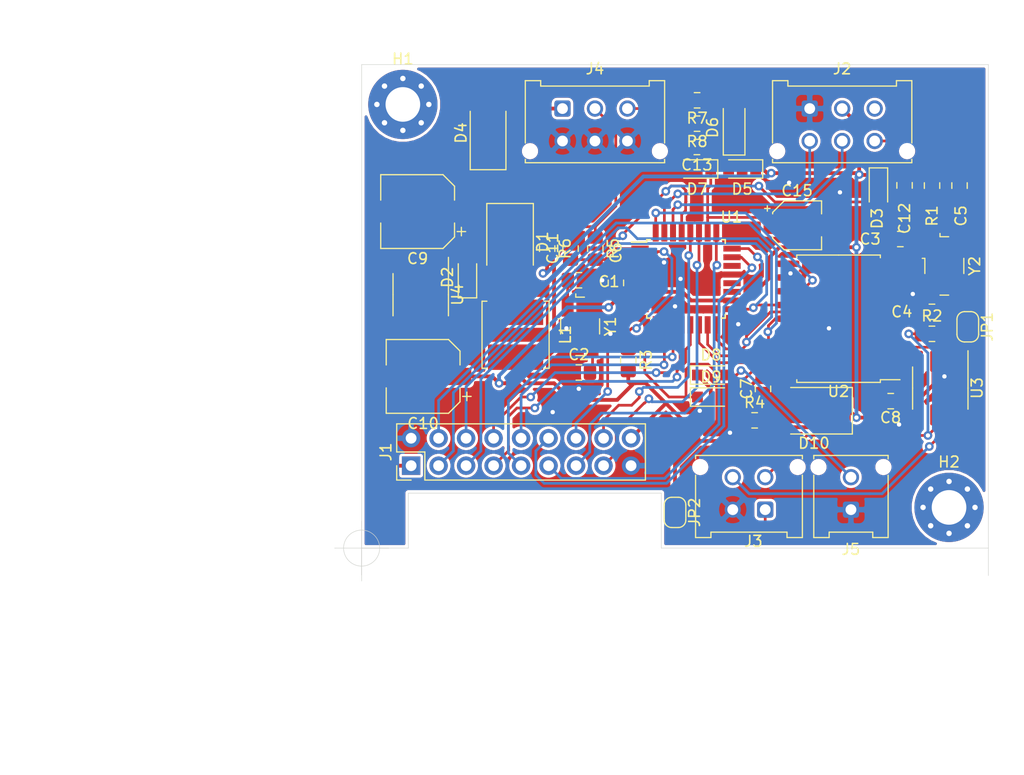
<source format=kicad_pcb>
(kicad_pcb (version 20171130) (host pcbnew "(5.1.6-0-10_14)")
  (layers (0 F.Cu signal) (31 B.Cu signal) (34 B.Paste user) (35 F.Paste user hide) (36 B.SilkS user hide) (37 F.SilkS user) (38 B.Mask user hide) (39 F.Mask user hide) (44 Edge.Cuts user))
  (net 0 "")
  (net 1 "Net-(U2-Pad2)")
  (net 2 "Net-(U2-Pad1)")
  (net 3 "Net-(C1-Pad2)")
  (net 4 GND)
  (net 5 "Net-(C2-Pad2)")
  (net 6 "Net-(C3-Pad1)")
  (net 7 "Net-(C4-Pad1)")
  (net 8 D5)
  (net 9 D6)
  (net 10 D7)
  (net 11 SCK)
  (net 12 MOSI)
  (net 13 MISO)
  (net 14 +5V)
  (net 15 CAN_H)
  (net 16 "Net-(JP1-Pad1)")
  (net 17 RESET)
  (net 18 CAN_L)
  (net 19 D2)
  (net 20 TXD)
  (net 21 RXD)
  (net 22 SCL)
  (net 23 SDA)
  (net 24 A3)
  (net 25 A2)
  (net 26 A1)
  (net 27 A0)
  (net 28 SS)
  (net 29 D9)
  (net 30 D8)
  (net 31 D4)
  (net 32 D3)
  (net 33 "Net-(C5-Pad1)")
  (net 34 +12V)
  (net 35 "Net-(H1-Pad1)")
  (net 36 "Net-(H2-Pad1)")
  (net 37 KEY)
  (net 38 "Net-(D2-Pad1)")
  (net 39 IN1)
  (net 40 "Net-(J3-Pad1)")
  (net 41 "Net-(R4-Pad1)")
  (net 42 "Net-(C9-Pad1)")
  (module Package_SO:SOIC-18W_7.5x11.6mm_P1.27mm (layer F.Cu) (at 171.069 100.711 180)
    (fp_text reference U2 (at 0 -6.72) (layer F.SilkS))
    (fp_text value MCP2515-xSO)
    (pad 18 smd roundrect (at 4.65 -5.08 180) (size 2.05 0.6) (layers F.Cu F.Paste F.Mask) (net 14 +5V))
    (pad 17 smd roundrect (at 4.65 -3.81 180) (size 2.05 0.6) (layers F.Cu F.Paste F.Mask) (net 41 "Net-(R4-Pad1)"))
    (pad 16 smd roundrect (at 4.65 -2.54 180) (size 2.05 0.6) (layers F.Cu F.Paste F.Mask) (net 28 SS))
    (pad 15 smd roundrect (at 4.65 -1.27 180) (size 2.05 0.6) (layers F.Cu F.Paste F.Mask) (net 13 MISO))
    (pad 14 smd roundrect (at 4.65 0 180) (size 2.05 0.6) (layers F.Cu F.Paste F.Mask) (net 12 MOSI))
    (pad 13 smd roundrect (at 4.65 1.27 180) (size 2.05 0.6) (layers F.Cu F.Paste F.Mask) (net 11 SCK))
    (pad 12 smd roundrect (at 4.65 2.54 180) (size 2.05 0.6) (layers F.Cu F.Paste F.Mask) (net 19 D2))
    (pad 11 smd roundrect (at 4.65 3.81 180) (size 2.05 0.6) (layers F.Cu F.Paste F.Mask))
    (pad 10 smd roundrect (at 4.65 5.08 180) (size 2.05 0.6) (layers F.Cu F.Paste F.Mask))
    (pad 9 smd roundrect (at -4.65 5.08 180) (size 2.05 0.6) (layers F.Cu F.Paste F.Mask) (net 4 GND))
    (pad 8 smd roundrect (at -4.65 3.81 180) (size 2.05 0.6) (layers F.Cu F.Paste F.Mask) (net 6 "Net-(C3-Pad1)"))
    (pad 7 smd roundrect (at -4.65 2.54 180) (size 2.05 0.6) (layers F.Cu F.Paste F.Mask) (net 7 "Net-(C4-Pad1)"))
    (pad 6 smd roundrect (at -4.65 1.27 180) (size 2.05 0.6) (layers F.Cu F.Paste F.Mask))
    (pad 5 smd roundrect (at -4.65 0 180) (size 2.05 0.6) (layers F.Cu F.Paste F.Mask))
    (pad 4 smd roundrect (at -4.65 -1.27 180) (size 2.05 0.6) (layers F.Cu F.Paste F.Mask))
    (pad 3 smd roundrect (at -4.65 -2.54 180) (size 2.05 0.6) (layers F.Cu F.Paste F.Mask))
    (pad 2 smd roundrect (at -4.65 -3.81 180) (size 2.05 0.6) (layers F.Cu F.Paste F.Mask) (net 1 "Net-(U2-Pad2)"))
    (pad 1 smd roundrect (at -4.65 -5.08 180) (size 2.05 0.6) (layers F.Cu F.Paste F.Mask) (net 2 "Net-(U2-Pad1)"))
  )
  (module Diode_SMD:D_SMB (layer F.Cu) (at 168.792 109.22 180)
    (fp_text reference D10 (at 0 -3) (layer F.SilkS))
    (fp_text value SMBJ5.0CA)
    (pad 2 smd rect (at 2.15 0 180) (size 2.5 2.3) (layers F.Cu F.Paste F.Mask) (net 4 GND))
    (pad 1 smd rect (at -2.15 0 180) (size 2.5 2.3) (layers F.Cu F.Paste F.Mask) (net 14 +5V))
  )
  (module Diode_SMD:D_SMA (layer F.Cu) (at 138.684 83.534 90)
    (fp_text reference D4 (at 0 -2.5 90) (layer F.SilkS))
    (fp_text value US1G)
    (pad 2 smd rect (at 2 0 90) (size 2.5 1.8) (layers F.Cu F.Paste F.Mask) (net 34 +12V))
    (pad 1 smd rect (at -2 0 90) (size 2.5 1.8) (layers F.Cu F.Paste F.Mask) (net 42 "Net-(C9-Pad1)"))
  )
  (module Connector_PinHeader_2.54mm:PinHeader_2x09_P2.54mm_Vertical (layer F.Cu) (at 131.572 114.3 90)
    (fp_text reference J1 (at 1.27 -2.33 90) (layer F.SilkS))
    (fp_text value DISPLAY)
    (pad 18 thru_hole oval (at 2.54 20.32 90) (size 1.7 1.7) (drill 1) (layers *.Cu *.Mask) (net 14 +5V))
    (pad 17 thru_hole oval (at 0 20.32 90) (size 1.7 1.7) (drill 1) (layers *.Cu *.Mask) (net 4 GND))
    (pad 16 thru_hole oval (at 2.54 17.78 90) (size 1.7 1.7) (drill 1) (layers *.Cu *.Mask) (net 22 SCL))
    (pad 15 thru_hole oval (at 0 17.78 90) (size 1.7 1.7) (drill 1) (layers *.Cu *.Mask) (net 23 SDA))
    (pad 14 thru_hole oval (at 2.54 15.24 90) (size 1.7 1.7) (drill 1) (layers *.Cu *.Mask) (net 31 D4))
    (pad 13 thru_hole oval (at 0 15.24 90) (size 1.7 1.7) (drill 1) (layers *.Cu *.Mask) (net 25 A2))
    (pad 12 thru_hole oval (at 2.54 12.7 90) (size 1.7 1.7) (drill 1) (layers *.Cu *.Mask) (net 26 A1))
    (pad 11 thru_hole oval (at 0 12.7 90) (size 1.7 1.7) (drill 1) (layers *.Cu *.Mask) (net 27 A0))
    (pad 10 thru_hole oval (at 2.54 10.16 90) (size 1.7 1.7) (drill 1) (layers *.Cu *.Mask) (net 9 D6))
    (pad 9 thru_hole oval (at 0 10.16 90) (size 1.7 1.7) (drill 1) (layers *.Cu *.Mask) (net 10 D7))
    (pad 8 thru_hole oval (at 2.54 7.62 90) (size 1.7 1.7) (drill 1) (layers *.Cu *.Mask) (net 30 D8))
    (pad 7 thru_hole oval (at 0 7.62 90) (size 1.7 1.7) (drill 1) (layers *.Cu *.Mask) (net 29 D9))
    (pad 6 thru_hole oval (at 2.54 5.08 90) (size 1.7 1.7) (drill 1) (layers *.Cu *.Mask) (net 17 RESET))
    (pad 5 thru_hole oval (at 0 5.08 90) (size 1.7 1.7) (drill 1) (layers *.Cu *.Mask) (net 11 SCK))
    (pad 4 thru_hole oval (at 2.54 2.54 90) (size 1.7 1.7) (drill 1) (layers *.Cu *.Mask) (net 12 MOSI))
    (pad 3 thru_hole oval (at 0 2.54 90) (size 1.7 1.7) (drill 1) (layers *.Cu *.Mask) (net 13 MISO))
    (pad 2 thru_hole oval (at 2.54 0 90) (size 1.7 1.7) (drill 1) (layers *.Cu *.Mask) (net 4 GND))
    (pad 1 thru_hole rect (at 0 0 90) (size 1.7 1.7) (drill 1) (layers *.Cu *.Mask) (net 14 +5V))
  )
  (module Connector_Molex:Molex_Micro-Fit_3.0_43045-0612_2x03_P3.00mm_Vertical (layer F.Cu) (at 168.402 81.28)
    (fp_text reference J2 (at 3 -3.67) (layer F.SilkS))
    (fp_text value Prog/Serial)
    (pad 6 thru_hole circle (at 6 3) (size 1.5 1.5) (drill 1) (layers *.Cu *.Mask) (net 33 "Net-(C5-Pad1)"))
    (pad 5 thru_hole circle (at 3 3) (size 1.5 1.5) (drill 1) (layers *.Cu *.Mask) (net 21 RXD))
    (pad 4 thru_hole circle (at 0 3) (size 1.5 1.5) (drill 1) (layers *.Cu *.Mask) (net 20 TXD))
    (pad 3 thru_hole circle (at 6 0) (size 1.5 1.5) (drill 1) (layers *.Cu *.Mask))
    (pad 2 thru_hole circle (at 3 0) (size 1.5 1.5) (drill 1) (layers *.Cu *.Mask) (net 14 +5V))
    (pad 1 thru_hole roundrect (at 0 0) (size 1.5 1.5) (drill 1) (layers *.Cu *.Mask) (roundrect_rratio 0.166667) (net 4 GND))
    (pad "" np_thru_hole circle (at 9 3.94) (size 1 1) (drill 1) (layers *.Cu *.Mask))
    (pad "" np_thru_hole circle (at -3 3.94) (size 1 1) (drill 1) (layers *.Cu *.Mask))
  )
  (module Connector_Molex:Molex_Micro-Fit_3.0_43045-0212_2x01_P3.00mm_Vertical (layer F.Cu) (at 172.212 118.364 180)
    (fp_text reference J5 (at 0 -3.67) (layer F.SilkS))
    (fp_text value 1Wire)
    (pad 2 thru_hole circle (at 0 3 180) (size 1.5 1.5) (drill 1) (layers *.Cu *.Mask) (net 8 D5))
    (pad 1 thru_hole roundrect (at 0 0 180) (size 1.5 1.5) (drill 1) (layers *.Cu *.Mask) (roundrect_rratio 0.166667) (net 4 GND))
    (pad "" np_thru_hole circle (at 3 3.94 180) (size 1 1) (drill 1) (layers *.Cu *.Mask))
    (pad "" np_thru_hole circle (at -3 3.94 180) (size 1 1) (drill 1) (layers *.Cu *.Mask))
  )
  (module Diode_SMD:D_SOD-323_HandSoldering (layer F.Cu) (at 159.278 107.95)
    (fp_text reference D9 (at 0 -1.85) (layer F.SilkS))
    (fp_text value 1N5818)
    (pad 2 smd rect (at 1.25 0) (size 1 1) (layers F.Cu F.Paste F.Mask) (net 4 GND))
    (pad 1 smd rect (at -1.25 0) (size 1 1) (layers F.Cu F.Paste F.Mask) (net 8 D5))
  )
  (module Diode_SMD:D_SOD-323_HandSoldering (layer F.Cu) (at 159.278 105.918)
    (fp_text reference D8 (at 0 -1.85) (layer F.SilkS))
    (fp_text value 1N5818)
    (pad 2 smd rect (at 1.25 0) (size 1 1) (layers F.Cu F.Paste F.Mask) (net 8 D5))
    (pad 1 smd rect (at -1.25 0) (size 1 1) (layers F.Cu F.Paste F.Mask) (net 14 +5V))
  )
  (module Diode_SMD:D_SOD-323_HandSoldering (layer F.Cu) (at 158.008 86.868 180)
    (fp_text reference D7 (at 0 -1.85) (layer F.SilkS))
    (fp_text value 1N5818)
    (pad 2 smd rect (at 1.25 0 180) (size 1 1) (layers F.Cu F.Paste F.Mask) (net 4 GND))
    (pad 1 smd rect (at -1.25 0 180) (size 1 1) (layers F.Cu F.Paste F.Mask) (net 24 A3))
  )
  (module Diode_SMD:D_SOD-323_HandSoldering (layer F.Cu) (at 162.159 86.868 180)
    (fp_text reference D5 (at 0 -1.85) (layer F.SilkS))
    (fp_text value 1N5818)
    (pad 2 smd rect (at 1.25 0 180) (size 1 1) (layers F.Cu F.Paste F.Mask) (net 24 A3))
    (pad 1 smd rect (at -1.25 0 180) (size 1 1) (layers F.Cu F.Paste F.Mask) (net 14 +5V))
  )
  (module Diode_SMD:D_SOD-323_HandSoldering (layer F.Cu) (at 174.752 88.666 270)
    (fp_text reference D3 (at 2.774 0.127 90) (layer F.SilkS))
    (fp_text value 1N5818)
    (pad 2 smd rect (at 1.25 0 270) (size 1 1) (layers F.Cu F.Paste F.Mask) (net 17 RESET))
    (pad 1 smd rect (at -1.25 0 270) (size 1 1) (layers F.Cu F.Paste F.Mask) (net 14 +5V))
  )
  (module Diode_SMD:D_SOD-323_HandSoldering (layer F.Cu) (at 136.779 96.881 90)
    (fp_text reference D2 (at 0 -1.85 90) (layer F.SilkS))
    (fp_text value 1N5819)
    (pad 2 smd rect (at 1.25 0 90) (size 1 1) (layers F.Cu F.Paste F.Mask) (net 4 GND))
    (pad 1 smd rect (at -1.25 0 90) (size 1 1) (layers F.Cu F.Paste F.Mask) (net 38 "Net-(D2-Pad1)"))
  )
  (module Crystal:Crystal_SMD_EuroQuartz_MJ-4Pin_5.0x3.2mm (layer F.Cu) (at 180.841 95.83 270)
    (fp_text reference Y2 (at 0 -2.8 90) (layer F.SilkS))
    (fp_text value 16MHz)
    (pad 4 smd rect (at -1.85 -1.15 270) (size 1.9 1.1) (layers F.Cu F.Paste F.Mask) (net 4 GND))
    (pad 3 smd rect (at 1.85 -1.15 270) (size 1.9 1.1) (layers F.Cu F.Paste F.Mask) (net 7 "Net-(C4-Pad1)"))
    (pad 2 smd rect (at 1.85 1.15 270) (size 1.9 1.1) (layers F.Cu F.Paste F.Mask) (net 4 GND))
    (pad 1 smd rect (at -1.85 1.15 270) (size 1.9 1.1) (layers F.Cu F.Paste F.Mask) (net 6 "Net-(C3-Pad1)"))
  )
  (module Crystal:Crystal_SMD_EuroQuartz_MJ-4Pin_5.0x3.2mm (layer F.Cu) (at 147.186 101.418 270)
    (fp_text reference Y1 (at 0 -2.8 90) (layer F.SilkS))
    (fp_text value 16MHz)
    (pad 4 smd rect (at -1.85 -1.15 270) (size 1.9 1.1) (layers F.Cu F.Paste F.Mask) (net 4 GND))
    (pad 3 smd rect (at 1.85 -1.15 270) (size 1.9 1.1) (layers F.Cu F.Paste F.Mask) (net 5 "Net-(C2-Pad2)"))
    (pad 2 smd rect (at 1.85 1.15 270) (size 1.9 1.1) (layers F.Cu F.Paste F.Mask) (net 4 GND))
    (pad 1 smd rect (at -1.85 1.15 270) (size 1.9 1.1) (layers F.Cu F.Paste F.Mask) (net 3 "Net-(C1-Pad2)"))
  )
  (module Jumper:SolderJumper-2_P1.3mm_Open_RoundedPad1.0x1.5mm (layer F.Cu) (at 155.956 118.618 270)
    (fp_text reference JP2 (at 0 -1.8 90) (layer F.SilkS))
    (fp_text value CAN_PWR)
    (pad 2 smd custom (at 0.65 0 270) (size 1 0.5) (layers F.Cu F.Mask) (net 40 "Net-(J3-Pad1)") (options (clearance outline) (anchor rect)) (primitives (gr_circle (center 0 0.25) (end 0.5 0.25) (width 0)) (gr_circle (center 0 -0.25) (end 0.5 -0.25) (width 0)) (gr_poly (pts (xy 0 -0.75) (xy -0.5 -0.75) (xy -0.5 0.75) (xy 0 0.75)) (width 0))))
    (pad 1 smd custom (at -0.65 0 270) (size 1 0.5) (layers F.Cu F.Mask) (net 14 +5V) (options (clearance outline) (anchor rect)) (primitives (gr_circle (center 0 0.25) (end 0.5 0.25) (width 0)) (gr_circle (center 0 -0.25) (end 0.5 -0.25) (width 0)) (gr_poly (pts (xy 0 -0.75) (xy 0.5 -0.75) (xy 0.5 0.75) (xy 0 0.75)) (width 0))))
  )
  (module Connector_Molex:Molex_Micro-Fit_3.0_43045-0612_2x03_P3.00mm_Vertical (layer F.Cu) (at 145.559 81.28)
    (fp_text reference J4 (at 3 -3.67) (layer F.SilkS))
    (fp_text value PWR/KEY/INPUT)
    (pad 6 thru_hole circle (at 6 3) (size 1.5 1.5) (drill 1) (layers *.Cu *.Mask) (net 4 GND))
    (pad 5 thru_hole circle (at 3 3) (size 1.5 1.5) (drill 1) (layers *.Cu *.Mask) (net 4 GND))
    (pad 4 thru_hole circle (at 0 3) (size 1.5 1.5) (drill 1) (layers *.Cu *.Mask) (net 4 GND))
    (pad 3 thru_hole circle (at 6 0) (size 1.5 1.5) (drill 1) (layers *.Cu *.Mask) (net 39 IN1))
    (pad 2 thru_hole circle (at 3 0) (size 1.5 1.5) (drill 1) (layers *.Cu *.Mask) (net 37 KEY))
    (pad 1 thru_hole roundrect (at 0 0) (size 1.5 1.5) (drill 1) (layers *.Cu *.Mask) (roundrect_rratio 0.166667) (net 34 +12V))
    (pad "" np_thru_hole circle (at 9 3.94) (size 1 1) (drill 1) (layers *.Cu *.Mask))
    (pad "" np_thru_hole circle (at -3 3.94) (size 1 1) (drill 1) (layers *.Cu *.Mask))
  )
  (module Resistor_SMD:R_0805_2012Metric_Pad1.15x1.40mm_HandSolder (layer F.Cu) (at 157.997 82.677 180)
    (fp_text reference R8 (at 0 -1.65) (layer F.SilkS))
    (fp_text value 22k)
    (pad 2 smd roundrect (at 1.025 0 180) (size 1.15 1.4) (layers F.Cu F.Paste F.Mask) (roundrect_rratio 0.217391) (net 4 GND))
    (pad 1 smd roundrect (at -1.025 0 180) (size 1.15 1.4) (layers F.Cu F.Paste F.Mask) (roundrect_rratio 0.217391) (net 24 A3))
  )
  (module Resistor_SMD:R_0805_2012Metric_Pad1.15x1.40mm_HandSolder (layer F.Cu) (at 157.997 80.518 180)
    (fp_text reference R7 (at 0 -1.65) (layer F.SilkS))
    (fp_text value 82k)
    (pad 2 smd roundrect (at 1.025 0 180) (size 1.15 1.4) (layers F.Cu F.Paste F.Mask) (roundrect_rratio 0.217391) (net 39 IN1))
    (pad 1 smd roundrect (at -1.025 0 180) (size 1.15 1.4) (layers F.Cu F.Paste F.Mask) (roundrect_rratio 0.217391) (net 24 A3))
  )
  (module Diode_SMD:D_MiniMELF (layer F.Cu) (at 161.417 83.03 90)
    (fp_text reference D6 (at 0 -2 90) (layer F.SilkS))
    (fp_text value BZV55-C12)
    (pad 2 smd rect (at 1.75 0 90) (size 1.3 1.7) (layers F.Cu F.Paste F.Mask) (net 4 GND))
    (pad 1 smd rect (at -1.75 0 90) (size 1.3 1.7) (layers F.Cu F.Paste F.Mask) (net 24 A3))
  )
  (module Capacitor_SMD:CP_Elec_4x3.9 (layer F.Cu) (at 167.237 92.075)
    (fp_text reference C15 (at 0 -3.2) (layer F.SilkS))
    (fp_text value 22u)
    (pad 2 smd roundrect (at 1.8 0) (size 2.6 1.6) (layers F.Cu F.Paste F.Mask) (roundrect_rratio 0.15625) (net 4 GND))
    (pad 1 smd roundrect (at -1.8 0) (size 2.6 1.6) (layers F.Cu F.Paste F.Mask) (roundrect_rratio 0.15625) (net 24 A3))
  )
  (module Capacitor_SMD:C_0805_2012Metric_Pad1.15x1.40mm_HandSolder (layer F.Cu) (at 157.979 84.836 180)
    (fp_text reference C13 (at 0 -1.65) (layer F.SilkS))
    (fp_text value 100n)
    (pad 2 smd roundrect (at 1.025 0 180) (size 1.15 1.4) (layers F.Cu F.Paste F.Mask) (roundrect_rratio 0.217391) (net 4 GND))
    (pad 1 smd roundrect (at -1.025 0 180) (size 1.15 1.4) (layers F.Cu F.Paste F.Mask) (roundrect_rratio 0.217391) (net 24 A3))
  )
  (module Package_SO:SOIC-8_3.9x4.9mm_P1.27mm (layer F.Cu) (at 132.461 98.49 270)
    (fp_text reference U4 (at 0 -3.4 90) (layer F.SilkS))
    (fp_text value LM2594HVM-5.0)
    (pad 8 smd roundrect (at 2.475 -1.905 270) (size 1.95 0.6) (layers F.Cu F.Paste F.Mask) (net 38 "Net-(D2-Pad1)"))
    (pad 7 smd roundrect (at 2.475 -0.635 270) (size 1.95 0.6) (layers F.Cu F.Paste F.Mask) (net 42 "Net-(C9-Pad1)"))
    (pad 6 smd roundrect (at 2.475 0.635 270) (size 1.95 0.6) (layers F.Cu F.Paste F.Mask) (net 4 GND))
    (pad 5 smd roundrect (at 2.475 1.905 270) (size 1.95 0.6) (layers F.Cu F.Paste F.Mask) (net 4 GND))
    (pad 4 smd roundrect (at -2.475 1.905 270) (size 1.95 0.6) (layers F.Cu F.Paste F.Mask) (net 14 +5V))
    (pad 3 smd roundrect (at -2.475 0.635 270) (size 1.95 0.6) (layers F.Cu F.Paste F.Mask) (net 4 GND))
    (pad 2 smd roundrect (at -2.475 -0.635 270) (size 1.95 0.6) (layers F.Cu F.Paste F.Mask) (net 4 GND))
    (pad 1 smd roundrect (at -2.475 -1.905 270) (size 1.95 0.6) (layers F.Cu F.Paste F.Mask) (net 4 GND))
  )
  (module Inductor_SMD:L_Bourns_SRN6045TA (layer F.Cu) (at 141.224 102.192 270)
    (fp_text reference L1 (at 0 -4.6 90) (layer F.SilkS))
    (fp_text value 100u)
    (pad 2 smd rect (at 2.075 0 270) (size 2.35 5.1) (layers F.Cu F.Paste F.Mask) (net 14 +5V))
    (pad 1 smd rect (at -2.075 0 270) (size 2.35 5.1) (layers F.Cu F.Paste F.Mask) (net 38 "Net-(D2-Pad1)"))
  )
  (module Diode_SMD:D_SMB (layer F.Cu) (at 140.716 93.608 270)
    (fp_text reference D1 (at 0 -3 90) (layer F.SilkS))
    (fp_text value SMBJ15CA)
    (pad 2 smd rect (at 2.15 0 270) (size 2.5 2.3) (layers F.Cu F.Paste F.Mask) (net 4 GND))
    (pad 1 smd rect (at -2.15 0 270) (size 2.5 2.3) (layers F.Cu F.Paste F.Mask) (net 42 "Net-(C9-Pad1)"))
  )
  (module Capacitor_SMD:CP_Elec_6.3x7.7 (layer F.Cu) (at 132.682 106.045 180)
    (fp_text reference C10 (at 0 -4.35) (layer F.SilkS))
    (fp_text value 120u)
    (pad 2 smd roundrect (at 2.7 0 180) (size 3.5 1.6) (layers F.Cu F.Paste F.Mask) (roundrect_rratio 0.15625) (net 4 GND))
    (pad 1 smd roundrect (at -2.7 0 180) (size 3.5 1.6) (layers F.Cu F.Paste F.Mask) (roundrect_rratio 0.15625) (net 14 +5V))
  )
  (module Capacitor_SMD:CP_Elec_6.3x7.7 (layer F.Cu) (at 132.174 90.805 180)
    (fp_text reference C9 (at 0 -4.35) (layer F.SilkS))
    (fp_text value 86u)
    (pad 2 smd roundrect (at 2.7 0 180) (size 3.5 1.6) (layers F.Cu F.Paste F.Mask) (roundrect_rratio 0.15625) (net 4 GND))
    (pad 1 smd roundrect (at -2.7 0 180) (size 3.5 1.6) (layers F.Cu F.Paste F.Mask) (roundrect_rratio 0.15625) (net 42 "Net-(C9-Pad1)"))
  )
  (module Capacitor_SMD:C_0805_2012Metric_Pad1.15x1.40mm_HandSolder (layer F.Cu) (at 177.165 88.383 270)
    (fp_text reference C12 (at 3.057 0 90) (layer F.SilkS))
    (fp_text value 4.7nF)
    (pad 2 smd roundrect (at 1.025 0 270) (size 1.15 1.4) (layers F.Cu F.Paste F.Mask) (roundrect_rratio 0.217391) (net 17 RESET))
    (pad 1 smd roundrect (at -1.025 0 270) (size 1.15 1.4) (layers F.Cu F.Paste F.Mask) (roundrect_rratio 0.217391) (net 4 GND))
  )
  (module Resistor_SMD:R_0805_2012Metric_Pad1.15x1.40mm_HandSolder (layer F.Cu) (at 144.145 94.225 270)
    (fp_text reference R6 (at 0 -1.65 90) (layer F.SilkS))
    (fp_text value 1k)
    (pad 2 smd roundrect (at 1.025 0 270) (size 1.15 1.4) (layers F.Cu F.Paste F.Mask) (roundrect_rratio 0.217391) (net 14 +5V))
    (pad 1 smd roundrect (at -1.025 0 270) (size 1.15 1.4) (layers F.Cu F.Paste F.Mask) (roundrect_rratio 0.217391) (net 37 KEY))
  )
  (module Resistor_SMD:R_0805_2012Metric_Pad1.15x1.40mm_HandSolder (layer F.Cu) (at 148.59 94.225 270)
    (fp_text reference R5 (at 0 -1.65 90) (layer F.SilkS))
    (fp_text value 10k)
    (pad 2 smd roundrect (at 1.025 0 270) (size 1.15 1.4) (layers F.Cu F.Paste F.Mask) (roundrect_rratio 0.217391) (net 32 D3))
    (pad 1 smd roundrect (at -1.025 0 270) (size 1.15 1.4) (layers F.Cu F.Paste F.Mask) (roundrect_rratio 0.217391) (net 37 KEY))
  )
  (module Capacitor_SMD:C_0805_2012Metric_Pad1.15x1.40mm_HandSolder (layer F.Cu) (at 146.304 94.225 90)
    (fp_text reference C11 (at 0 -1.65 90) (layer F.SilkS))
    (fp_text value 100n)
    (pad 2 smd roundrect (at 1.025 0 90) (size 1.15 1.4) (layers F.Cu F.Paste F.Mask) (roundrect_rratio 0.217391) (net 4 GND))
    (pad 1 smd roundrect (at -1.025 0 90) (size 1.15 1.4) (layers F.Cu F.Paste F.Mask) (roundrect_rratio 0.217391) (net 32 D3))
  )
  (module MountingHole:MountingHole_3.2mm_M3_Pad_Via (layer F.Cu) (at 181.275056 118.156056)
    (fp_text reference H2 (at 0 -4.2) (layer F.SilkS))
    (fp_text value MountingHole_Pad)
    (pad 1 thru_hole circle (at 1.697056 -1.697056) (size 0.8 0.8) (drill 0.5) (layers *.Cu *.Mask) (net 36 "Net-(H2-Pad1)"))
    (pad 1 thru_hole circle (at 0 -2.4) (size 0.8 0.8) (drill 0.5) (layers *.Cu *.Mask) (net 36 "Net-(H2-Pad1)"))
    (pad 1 thru_hole circle (at -1.697056 -1.697056) (size 0.8 0.8) (drill 0.5) (layers *.Cu *.Mask) (net 36 "Net-(H2-Pad1)"))
    (pad 1 thru_hole circle (at -2.4 0) (size 0.8 0.8) (drill 0.5) (layers *.Cu *.Mask) (net 36 "Net-(H2-Pad1)"))
    (pad 1 thru_hole circle (at -1.697056 1.697056) (size 0.8 0.8) (drill 0.5) (layers *.Cu *.Mask) (net 36 "Net-(H2-Pad1)"))
    (pad 1 thru_hole circle (at 0 2.4) (size 0.8 0.8) (drill 0.5) (layers *.Cu *.Mask) (net 36 "Net-(H2-Pad1)"))
    (pad 1 thru_hole circle (at 1.697056 1.697056) (size 0.8 0.8) (drill 0.5) (layers *.Cu *.Mask) (net 36 "Net-(H2-Pad1)"))
    (pad 1 thru_hole circle (at 2.4 0) (size 0.8 0.8) (drill 0.5) (layers *.Cu *.Mask) (net 36 "Net-(H2-Pad1)"))
    (pad 1 thru_hole circle (at 0 0) (size 6.4 6.4) (drill 3.2) (layers *.Cu *.Mask) (net 36 "Net-(H2-Pad1)"))
  )
  (module MountingHole:MountingHole_3.2mm_M3_Pad_Via (layer F.Cu) (at 130.81 80.899)
    (fp_text reference H1 (at 0 -4.2) (layer F.SilkS))
    (fp_text value MountingHole_Pad)
    (pad 1 thru_hole circle (at 1.697056 -1.697056) (size 0.8 0.8) (drill 0.5) (layers *.Cu *.Mask) (net 35 "Net-(H1-Pad1)"))
    (pad 1 thru_hole circle (at 0 -2.4) (size 0.8 0.8) (drill 0.5) (layers *.Cu *.Mask) (net 35 "Net-(H1-Pad1)"))
    (pad 1 thru_hole circle (at -1.697056 -1.697056) (size 0.8 0.8) (drill 0.5) (layers *.Cu *.Mask) (net 35 "Net-(H1-Pad1)"))
    (pad 1 thru_hole circle (at -2.4 0) (size 0.8 0.8) (drill 0.5) (layers *.Cu *.Mask) (net 35 "Net-(H1-Pad1)"))
    (pad 1 thru_hole circle (at -1.697056 1.697056) (size 0.8 0.8) (drill 0.5) (layers *.Cu *.Mask) (net 35 "Net-(H1-Pad1)"))
    (pad 1 thru_hole circle (at 0 2.4) (size 0.8 0.8) (drill 0.5) (layers *.Cu *.Mask) (net 35 "Net-(H1-Pad1)"))
    (pad 1 thru_hole circle (at 1.697056 1.697056) (size 0.8 0.8) (drill 0.5) (layers *.Cu *.Mask) (net 35 "Net-(H1-Pad1)"))
    (pad 1 thru_hole circle (at 2.4 0) (size 0.8 0.8) (drill 0.5) (layers *.Cu *.Mask) (net 35 "Net-(H1-Pad1)"))
    (pad 1 thru_hole circle (at 0 0) (size 6.4 6.4) (drill 3.2) (layers *.Cu *.Mask) (net 35 "Net-(H1-Pad1)"))
  )
  (module Package_SO:SOIC-8_3.9x4.9mm_P1.27mm (layer F.Cu) (at 180.467 107.123 270)
    (fp_text reference U3 (at 0 -3.4 90) (layer F.SilkS))
    (fp_text value MCP2562-E-SN)
    (pad 8 smd roundrect (at 2.475 -1.905 270) (size 1.95 0.6) (layers F.Cu F.Paste F.Mask) (net 4 GND))
    (pad 7 smd roundrect (at 2.475 -0.635 270) (size 1.95 0.6) (layers F.Cu F.Paste F.Mask) (net 15 CAN_H))
    (pad 6 smd roundrect (at 2.475 0.635 270) (size 1.95 0.6) (layers F.Cu F.Paste F.Mask) (net 18 CAN_L))
    (pad 5 smd roundrect (at 2.475 1.905 270) (size 1.95 0.6) (layers F.Cu F.Paste F.Mask) (net 14 +5V))
    (pad 4 smd roundrect (at -2.475 1.905 270) (size 1.95 0.6) (layers F.Cu F.Paste F.Mask) (net 1 "Net-(U2-Pad2)"))
    (pad 3 smd roundrect (at -2.475 0.635 270) (size 1.95 0.6) (layers F.Cu F.Paste F.Mask) (net 14 +5V))
    (pad 2 smd roundrect (at -2.475 -0.635 270) (size 1.95 0.6) (layers F.Cu F.Paste F.Mask) (net 4 GND))
    (pad 1 smd roundrect (at -2.475 -1.905 270) (size 1.95 0.6) (layers F.Cu F.Paste F.Mask) (net 2 "Net-(U2-Pad1)"))
  )
  (module Resistor_SMD:R_0805_2012Metric_Pad1.15x1.40mm_HandSolder (layer F.Cu) (at 163.313 110.109)
    (fp_text reference R4 (at 0 -1.65) (layer F.SilkS))
    (fp_text value 10k)
    (pad 2 smd roundrect (at 1.025 0) (size 1.15 1.4) (layers F.Cu F.Paste F.Mask) (roundrect_rratio 0.217391) (net 14 +5V))
    (pad 1 smd roundrect (at -1.025 0) (size 1.15 1.4) (layers F.Cu F.Paste F.Mask) (roundrect_rratio 0.217391) (net 41 "Net-(R4-Pad1)"))
  )
  (module Connector_Molex:Molex_Micro-Fit_3.0_43045-0412_2x02_P3.00mm_Vertical (layer F.Cu) (at 164.29 118.364 180)
    (fp_text reference J3 (at 1.095 -2.921) (layer F.SilkS))
    (fp_text value CAN)
    (pad 4 thru_hole circle (at 3 3 180) (size 1.5 1.5) (drill 1) (layers *.Cu *.Mask) (net 15 CAN_H))
    (pad 3 thru_hole circle (at 0 3 180) (size 1.5 1.5) (drill 1) (layers *.Cu *.Mask) (net 18 CAN_L))
    (pad 2 thru_hole circle (at 3 0 180) (size 1.5 1.5) (drill 1) (layers *.Cu *.Mask) (net 4 GND))
    (pad 1 thru_hole roundrect (at 0 0 180) (size 1.5 1.5) (drill 1) (layers *.Cu *.Mask) (roundrect_rratio 0.166667) (net 40 "Net-(J3-Pad1)"))
    (pad "" np_thru_hole circle (at 6 3.94 180) (size 1 1) (drill 1) (layers *.Cu *.Mask))
    (pad "" np_thru_hole circle (at -3 3.94 180) (size 1 1) (drill 1) (layers *.Cu *.Mask))
  )
  (module Resistor_SMD:R_0805_2012Metric_Pad1.15x1.40mm_HandSolder (layer F.Cu) (at 151.638 104.53 270)
    (fp_text reference R3 (at 0 -1.65 90) (layer F.SilkS))
    (fp_text value 4,7k)
    (pad 2 smd roundrect (at 1.025 0 270) (size 1.15 1.4) (layers F.Cu F.Paste F.Mask) (roundrect_rratio 0.217391) (net 14 +5V))
    (pad 1 smd roundrect (at -1.025 0 270) (size 1.15 1.4) (layers F.Cu F.Paste F.Mask) (roundrect_rratio 0.217391) (net 8 D5))
  )
  (module Package_QFP:TQFP-32_7x7mm_P0.8mm (layer F.Cu) (at 156.972 97.028)
    (fp_text reference U1 (at 4.191 -5.715) (layer F.SilkS))
    (fp_text value ATmega328P-AU)
    (pad 32 smd rect (at -2.8 -4.25 90) (size 1.6 0.55) (layers F.Cu F.Paste F.Mask) (net 19 D2))
    (pad 31 smd rect (at -2 -4.25 90) (size 1.6 0.55) (layers F.Cu F.Paste F.Mask) (net 20 TXD))
    (pad 30 smd rect (at -1.2 -4.25 90) (size 1.6 0.55) (layers F.Cu F.Paste F.Mask) (net 21 RXD))
    (pad 29 smd rect (at -0.4 -4.25 90) (size 1.6 0.55) (layers F.Cu F.Paste F.Mask) (net 17 RESET))
    (pad 28 smd rect (at 0.4 -4.25 90) (size 1.6 0.55) (layers F.Cu F.Paste F.Mask) (net 22 SCL))
    (pad 27 smd rect (at 1.2 -4.25 90) (size 1.6 0.55) (layers F.Cu F.Paste F.Mask) (net 23 SDA))
    (pad 26 smd rect (at 2 -4.25 90) (size 1.6 0.55) (layers F.Cu F.Paste F.Mask) (net 24 A3))
    (pad 25 smd rect (at 2.8 -4.25 90) (size 1.6 0.55) (layers F.Cu F.Paste F.Mask) (net 25 A2))
    (pad 24 smd rect (at 4.25 -2.8) (size 1.6 0.55) (layers F.Cu F.Paste F.Mask) (net 26 A1))
    (pad 23 smd rect (at 4.25 -2) (size 1.6 0.55) (layers F.Cu F.Paste F.Mask) (net 27 A0))
    (pad 22 smd rect (at 4.25 -1.2) (size 1.6 0.55) (layers F.Cu F.Paste F.Mask))
    (pad 21 smd rect (at 4.25 -0.4) (size 1.6 0.55) (layers F.Cu F.Paste F.Mask) (net 4 GND))
    (pad 20 smd rect (at 4.25 0.4) (size 1.6 0.55) (layers F.Cu F.Paste F.Mask))
    (pad 19 smd rect (at 4.25 1.2) (size 1.6 0.55) (layers F.Cu F.Paste F.Mask))
    (pad 18 smd rect (at 4.25 2) (size 1.6 0.55) (layers F.Cu F.Paste F.Mask) (net 14 +5V))
    (pad 17 smd rect (at 4.25 2.8) (size 1.6 0.55) (layers F.Cu F.Paste F.Mask) (net 11 SCK))
    (pad 16 smd rect (at 2.8 4.25 90) (size 1.6 0.55) (layers F.Cu F.Paste F.Mask) (net 13 MISO))
    (pad 15 smd rect (at 2 4.25 90) (size 1.6 0.55) (layers F.Cu F.Paste F.Mask) (net 12 MOSI))
    (pad 14 smd rect (at 1.2 4.25 90) (size 1.6 0.55) (layers F.Cu F.Paste F.Mask) (net 28 SS))
    (pad 13 smd rect (at 0.4 4.25 90) (size 1.6 0.55) (layers F.Cu F.Paste F.Mask) (net 29 D9))
    (pad 12 smd rect (at -0.4 4.25 90) (size 1.6 0.55) (layers F.Cu F.Paste F.Mask) (net 30 D8))
    (pad 11 smd rect (at -1.2 4.25 90) (size 1.6 0.55) (layers F.Cu F.Paste F.Mask) (net 10 D7))
    (pad 10 smd rect (at -2 4.25 90) (size 1.6 0.55) (layers F.Cu F.Paste F.Mask) (net 9 D6))
    (pad 9 smd rect (at -2.8 4.25 90) (size 1.6 0.55) (layers F.Cu F.Paste F.Mask) (net 8 D5))
    (pad 8 smd rect (at -4.25 2.8) (size 1.6 0.55) (layers F.Cu F.Paste F.Mask) (net 5 "Net-(C2-Pad2)"))
    (pad 7 smd rect (at -4.25 2) (size 1.6 0.55) (layers F.Cu F.Paste F.Mask) (net 3 "Net-(C1-Pad2)"))
    (pad 6 smd rect (at -4.25 1.2) (size 1.6 0.55) (layers F.Cu F.Paste F.Mask) (net 14 +5V))
    (pad 5 smd rect (at -4.25 0.4) (size 1.6 0.55) (layers F.Cu F.Paste F.Mask) (net 4 GND))
    (pad 4 smd rect (at -4.25 -0.4) (size 1.6 0.55) (layers F.Cu F.Paste F.Mask) (net 14 +5V))
    (pad 3 smd rect (at -4.25 -1.2) (size 1.6 0.55) (layers F.Cu F.Paste F.Mask) (net 4 GND))
    (pad 2 smd rect (at -4.25 -2) (size 1.6 0.55) (layers F.Cu F.Paste F.Mask) (net 31 D4))
    (pad 1 smd rect (at -4.25 -2.8) (size 1.6 0.55) (layers F.Cu F.Paste F.Mask) (net 32 D3))
  )
  (module Capacitor_SMD:C_0805_2012Metric_Pad1.15x1.40mm_HandSolder (layer F.Cu) (at 175.886 108.331)
    (fp_text reference C8 (at -0.009 1.524) (layer F.SilkS))
    (fp_text value 100n)
    (pad 2 smd roundrect (at 1.025 0) (size 1.15 1.4) (layers F.Cu F.Paste F.Mask) (roundrect_rratio 0.217391) (net 14 +5V))
    (pad 1 smd roundrect (at -1.025 0) (size 1.15 1.4) (layers F.Cu F.Paste F.Mask) (roundrect_rratio 0.217391) (net 4 GND))
  )
  (module Capacitor_SMD:C_0805_2012Metric_Pad1.15x1.40mm_HandSolder (layer F.Cu) (at 164.084 107.197 90)
    (fp_text reference C7 (at -0.009 -1.524 90) (layer F.SilkS))
    (fp_text value 100n)
    (pad 2 smd roundrect (at 1.025 0 90) (size 1.15 1.4) (layers F.Cu F.Paste F.Mask) (roundrect_rratio 0.217391) (net 14 +5V))
    (pad 1 smd roundrect (at -1.025 0 90) (size 1.15 1.4) (layers F.Cu F.Paste F.Mask) (roundrect_rratio 0.217391) (net 4 GND))
  )
  (module Capacitor_SMD:C_0805_2012Metric_Pad1.15x1.40mm_HandSolder (layer F.Cu) (at 150.495 97.4 90)
    (fp_text reference C6 (at 2.785 0 90) (layer F.SilkS))
    (fp_text value 100n)
    (pad 2 smd roundrect (at 1.025 0 90) (size 1.15 1.4) (layers F.Cu F.Paste F.Mask) (roundrect_rratio 0.217391) (net 4 GND))
    (pad 1 smd roundrect (at -1.025 0 90) (size 1.15 1.4) (layers F.Cu F.Paste F.Mask) (roundrect_rratio 0.217391) (net 14 +5V))
  )
  (module Capacitor_SMD:C_0805_2012Metric_Pad1.15x1.40mm_HandSolder (layer F.Cu) (at 182.245 88.401 270)
    (fp_text reference C5 (at 2.803 -0.127 90) (layer F.SilkS))
    (fp_text value 100n)
    (pad 2 smd roundrect (at 1.025 0 270) (size 1.15 1.4) (layers F.Cu F.Paste F.Mask) (roundrect_rratio 0.217391) (net 17 RESET))
    (pad 1 smd roundrect (at -1.025 0 270) (size 1.15 1.4) (layers F.Cu F.Paste F.Mask) (roundrect_rratio 0.217391) (net 33 "Net-(C5-Pad1)"))
  )
  (module Resistor_SMD:R_0805_2012Metric_Pad1.15x1.40mm_HandSolder (layer F.Cu) (at 179.696 102.108)
    (fp_text reference R2 (at 0 -1.65) (layer F.SilkS))
    (fp_text value 120)
    (pad 2 smd roundrect (at 1.025 0) (size 1.15 1.4) (layers F.Cu F.Paste F.Mask) (roundrect_rratio 0.217391) (net 16 "Net-(JP1-Pad1)"))
    (pad 1 smd roundrect (at -1.025 0) (size 1.15 1.4) (layers F.Cu F.Paste F.Mask) (roundrect_rratio 0.217391) (net 18 CAN_L))
  )
  (module Resistor_SMD:R_0805_2012Metric_Pad1.15x1.40mm_HandSolder (layer F.Cu) (at 179.705 88.401 270)
    (fp_text reference R1 (at 2.803 0 90) (layer F.SilkS))
    (fp_text value 10k)
    (pad 2 smd roundrect (at 1.025 0 270) (size 1.15 1.4) (layers F.Cu F.Paste F.Mask) (roundrect_rratio 0.217391) (net 17 RESET))
    (pad 1 smd roundrect (at -1.025 0 270) (size 1.15 1.4) (layers F.Cu F.Paste F.Mask) (roundrect_rratio 0.217391) (net 14 +5V))
  )
  (module Jumper:SolderJumper-2_P1.3mm_Open_RoundedPad1.0x1.5mm (layer F.Cu) (at 183.007 101.458 270)
    (fp_text reference JP1 (at 0 -1.8 90) (layer F.SilkS))
    (fp_text value Jumper_NC_Small)
    (pad 2 smd custom (at 0.65 0 270) (size 1 0.5) (layers F.Cu F.Mask) (net 15 CAN_H) (options (clearance outline) (anchor rect)) (primitives (gr_circle (center 0 0.25) (end 0.5 0.25) (width 0)) (gr_circle (center 0 -0.25) (end 0.5 -0.25) (width 0)) (gr_poly (pts (xy 0 -0.75) (xy -0.5 -0.75) (xy -0.5 0.75) (xy 0 0.75)) (width 0))))
    (pad 1 smd custom (at -0.65 0 270) (size 1 0.5) (layers F.Cu F.Mask) (net 16 "Net-(JP1-Pad1)") (options (clearance outline) (anchor rect)) (primitives (gr_circle (center 0 0.25) (end 0.5 0.25) (width 0)) (gr_circle (center 0 -0.25) (end 0.5 -0.25) (width 0)) (gr_poly (pts (xy 0 -0.75) (xy 0.5 -0.75) (xy 0.5 0.75) (xy 0 0.75)) (width 0))))
  )
  (module Capacitor_SMD:C_0805_2012Metric_Pad1.15x1.40mm_HandSolder (layer F.Cu) (at 179.696 100.076 180)
    (fp_text reference C4 (at 2.785 0) (layer F.SilkS))
    (fp_text value 22p)
    (pad 2 smd roundrect (at 1.025 0 180) (size 1.15 1.4) (layers F.Cu F.Paste F.Mask) (roundrect_rratio 0.217391) (net 4 GND))
    (pad 1 smd roundrect (at -1.025 0 180) (size 1.15 1.4) (layers F.Cu F.Paste F.Mask) (roundrect_rratio 0.217391) (net 7 "Net-(C4-Pad1)"))
  )
  (module Capacitor_SMD:C_0805_2012Metric_Pad1.15x1.40mm_HandSolder (layer F.Cu) (at 176.775 93.345 180)
    (fp_text reference C3 (at 2.785 0) (layer F.SilkS))
    (fp_text value 22p)
    (pad 2 smd roundrect (at 1.025 0 180) (size 1.15 1.4) (layers F.Cu F.Paste F.Mask) (roundrect_rratio 0.217391) (net 4 GND))
    (pad 1 smd roundrect (at -1.025 0 180) (size 1.15 1.4) (layers F.Cu F.Paste F.Mask) (roundrect_rratio 0.217391) (net 6 "Net-(C3-Pad1)"))
  )
  (module Capacitor_SMD:C_0805_2012Metric_Pad1.15x1.40mm_HandSolder (layer F.Cu) (at 147.075 105.682)
    (fp_text reference C2 (at 0 -1.65) (layer F.SilkS))
    (fp_text value 22p)
    (pad 2 smd roundrect (at 1.025 0) (size 1.15 1.4) (layers F.Cu F.Paste F.Mask) (roundrect_rratio 0.217391) (net 5 "Net-(C2-Pad2)"))
    (pad 1 smd roundrect (at -1.025 0) (size 1.15 1.4) (layers F.Cu F.Paste F.Mask) (roundrect_rratio 0.217391) (net 4 GND))
  )
  (module Capacitor_SMD:C_0805_2012Metric_Pad1.15x1.40mm_HandSolder (layer F.Cu) (at 147.075 97.155 180)
    (fp_text reference C1 (at -2.785 -0.127) (layer F.SilkS))
    (fp_text value 22p)
    (pad 2 smd roundrect (at 1.025 0 180) (size 1.15 1.4) (layers F.Cu F.Paste F.Mask) (roundrect_rratio 0.217391) (net 3 "Net-(C1-Pad2)"))
    (pad 1 smd roundrect (at -1.025 0 180) (size 1.15 1.4) (layers F.Cu F.Paste F.Mask) (roundrect_rratio 0.217391) (net 4 GND))
  )
  (gr_line (start 131.318 116.84) (end 154.686 116.84) (layer Edge.Cuts) (width 0.05))
  (target plus (at 127 121.92) (size 5) (width 0.05) (layer Edge.Cuts))
  (gr_line (start 154.686 121.92) (end 184.912 121.92) (layer Edge.Cuts) (width 0.05))
  (gr_line (start 154.686 116.84) (end 154.686 121.92) (layer Edge.Cuts) (width 0.05))
  (gr_line (start 131.318 121.92) (end 131.318 116.84) (layer Edge.Cuts) (width 0.05))
  (gr_line (start 127 121.92) (end 131.318 121.92) (layer Edge.Cuts) (width 0.05))
  (gr_line (start 184.912 77.216) (end 127 77.216) (layer Edge.Cuts) (width 0.05))
  (gr_line (start 184.912 124.46) (end 184.912 77.216) (layer Edge.Cuts) (width 0.05))
  (gr_line (start 127 77.216) (end 127 124.968) (layer Edge.Cuts) (width 0.05))
  (segment (start 175.719 104.521) (end 177.419 104.521) (width 0.25) (layer F.Cu) (net 1))
  (segment (start 177.546 104.648) (end 178.562 104.648) (width 0.25) (layer F.Cu) (net 1))
  (segment (start 177.419 104.521) (end 177.546 104.648) (width 0.25) (layer F.Cu) (net 1))
  (segment (start 182.372 103.673) (end 182.372 104.648) (width 0.25) (layer F.Cu) (net 2))
  (segment (start 182.04699 103.34799) (end 182.372 103.673) (width 0.25) (layer F.Cu) (net 2))
  (segment (start 177.687222 103.87601) (end 178.215242 103.34799) (width 0.25) (layer F.Cu) (net 2))
  (segment (start 174.667222 103.87601) (end 177.687222 103.87601) (width 0.25) (layer F.Cu) (net 2))
  (segment (start 174.36899 104.174242) (end 174.667222 103.87601) (width 0.25) (layer F.Cu) (net 2))
  (segment (start 174.36899 105.46599) (end 174.36899 104.174242) (width 0.25) (layer F.Cu) (net 2))
  (segment (start 178.215242 103.34799) (end 182.04699 103.34799) (width 0.25) (layer F.Cu) (net 2))
  (segment (start 174.694 105.791) (end 174.36899 105.46599) (width 0.25) (layer F.Cu) (net 2))
  (segment (start 175.719 105.791) (end 174.694 105.791) (width 0.25) (layer F.Cu) (net 2))
  (segment (start 149.856999 100.843001) (end 146.563001 100.843001) (width 0.25) (layer F.Cu) (net 3))
  (segment (start 151.672 99.028) (end 149.856999 100.843001) (width 0.25) (layer F.Cu) (net 3))
  (segment (start 152.722 99.028) (end 151.672 99.028) (width 0.25) (layer F.Cu) (net 3))
  (segment (start 146.036 100.316) (end 146.036 99.568) (width 0.25) (layer F.Cu) (net 3))
  (segment (start 146.563001 100.843001) (end 146.036 100.316) (width 0.25) (layer F.Cu) (net 3))
  (segment (start 146.036 97.169) (end 146.05 97.155) (width 0.25) (layer F.Cu) (net 3))
  (segment (start 146.036 99.568) (end 146.036 97.169) (width 0.25) (layer F.Cu) (net 3))
  (via (at 154.94 95.504) (size 0.8) (drill 0.4) (layers F.Cu B.Cu) (net 4))
  (via (at 170.18 101.6) (size 0.8) (drill 0.4) (layers F.Cu B.Cu) (net 4))
  (via (at 149.225 97.155) (size 0.8) (drill 0.4) (layers F.Cu B.Cu) (net 4))
  (via (at 156.464 97.028) (size 0.8) (drill 0.4) (layers F.Cu B.Cu) (net 4))
  (via (at 155.956 99.568) (size 0.8) (drill 0.4) (layers F.Cu B.Cu) (net 4))
  (via (at 158.242 109.22) (size 0.8) (drill 0.4) (layers F.Cu B.Cu) (net 4))
  (via (at 166.624 96.52) (size 0.8) (drill 0.4) (layers F.Cu B.Cu) (net 4))
  (via (at 180.848 106.045) (size 0.8) (drill 0.4) (layers F.Cu B.Cu) (net 4))
  (via (at 145.923 101.6) (size 0.8) (drill 0.4) (layers F.Cu B.Cu) (net 4))
  (via (at 161.036 111.252) (size 0.8) (drill 0.4) (layers F.Cu B.Cu) (net 4))
  (via (at 177.927 98.425) (size 0.8) (drill 0.4) (layers F.Cu B.Cu) (net 4))
  (via (at 161.798 101.219) (size 0.8) (drill 0.4) (layers F.Cu B.Cu) (net 4))
  (via (at 149.987 102.108) (size 0.8) (drill 0.4) (layers F.Cu B.Cu) (net 4))
  (via (at 166.497 88.138) (size 0.8) (drill 0.4) (layers F.Cu B.Cu) (net 4))
  (via (at 171.196 89.027) (size 0.8) (drill 0.4) (layers F.Cu B.Cu) (net 4))
  (via (at 176.657 110.49) (size 0.8) (drill 0.4) (layers F.Cu B.Cu) (net 4))
  (via (at 144.653 109.347) (size 0.8) (drill 0.4) (layers F.Cu B.Cu) (net 4))
  (via (at 147.066 107.188) (size 0.8) (drill 0.4) (layers F.Cu B.Cu) (net 4))
  (segment (start 151.50841 99.828) (end 150.043399 101.293011) (width 0.25) (layer F.Cu) (net 5))
  (segment (start 152.722 99.828) (end 151.50841 99.828) (width 0.25) (layer F.Cu) (net 5))
  (segment (start 150.043399 101.293011) (end 149.150989 101.293011) (width 0.25) (layer F.Cu) (net 5))
  (segment (start 148.336 102.108) (end 148.336 103.268) (width 0.25) (layer F.Cu) (net 5))
  (segment (start 149.150989 101.293011) (end 148.336 102.108) (width 0.25) (layer F.Cu) (net 5))
  (segment (start 148.336 105.446) (end 148.1 105.682) (width 0.25) (layer F.Cu) (net 5))
  (segment (start 148.336 103.268) (end 148.336 105.446) (width 0.25) (layer F.Cu) (net 5))
  (segment (start 175.719 96.901) (end 176.53 96.901) (width 0.25) (layer F.Cu) (net 6))
  (segment (start 177.8 95.631) (end 177.8 93.345) (width 0.25) (layer F.Cu) (net 6))
  (segment (start 176.53 96.901) (end 177.8 95.631) (width 0.25) (layer F.Cu) (net 6))
  (segment (start 179.691 93.98) (end 179.197 93.98) (width 0.25) (layer F.Cu) (net 6))
  (segment (start 178.562 93.345) (end 177.8 93.345) (width 0.25) (layer F.Cu) (net 6))
  (segment (start 179.197 93.98) (end 178.562 93.345) (width 0.25) (layer F.Cu) (net 6))
  (segment (start 175.719 98.171) (end 176.657 98.171) (width 0.25) (layer F.Cu) (net 7))
  (segment (start 176.657 98.171) (end 178.816 96.012) (width 0.25) (layer F.Cu) (net 7))
  (segment (start 178.816 96.012) (end 181.61 96.012) (width 0.25) (layer F.Cu) (net 7))
  (segment (start 181.991 96.393) (end 181.991 97.68) (width 0.25) (layer F.Cu) (net 7))
  (segment (start 181.61 96.012) (end 181.991 96.393) (width 0.25) (layer F.Cu) (net 7))
  (segment (start 181.991 97.68) (end 181.991 99.568) (width 0.25) (layer F.Cu) (net 7))
  (segment (start 181.483 100.076) (end 180.721 100.076) (width 0.25) (layer F.Cu) (net 7))
  (segment (start 181.991 99.568) (end 181.483 100.076) (width 0.25) (layer F.Cu) (net 7))
  (via (at 162.052 105.5) (size 0.8) (drill 0.4) (layers F.Cu B.Cu) (net 8))
  (segment (start 162.348 105.5) (end 162.052 105.5) (width 0.25) (layer B.Cu) (net 8))
  (segment (start 172.212 115.364) (end 162.348 105.5) (width 0.25) (layer B.Cu) (net 8))
  (segment (start 154.269846 106.828848) (end 153.162 105.721002) (width 0.25) (layer F.Cu) (net 8))
  (segment (start 153.162 105.721002) (end 153.162 103.632) (width 0.25) (layer F.Cu) (net 8))
  (segment (start 153.162 103.632) (end 154.178 102.616) (width 0.25) (layer F.Cu) (net 8))
  (segment (start 154.172 102.61) (end 154.172 101.278) (width 0.25) (layer F.Cu) (net 8))
  (segment (start 154.178 102.616) (end 154.172 102.61) (width 0.25) (layer F.Cu) (net 8))
  (segment (start 153.035 103.505) (end 153.162 103.632) (width 0.25) (layer F.Cu) (net 8))
  (segment (start 151.638 103.505) (end 153.035 103.505) (width 0.25) (layer F.Cu) (net 8))
  (segment (start 162.052 105.5) (end 161.634 105.918) (width 0.25) (layer F.Cu) (net 8))
  (segment (start 161.634 105.918) (end 160.528 105.918) (width 0.25) (layer F.Cu) (net 8))
  (segment (start 160.528 105.918) (end 160.06 105.918) (width 0.25) (layer F.Cu) (net 8))
  (segment (start 155.390998 107.95) (end 154.269846 106.828848) (width 0.25) (layer F.Cu) (net 8))
  (segment (start 160.528 105.918) (end 160.02 105.918) (width 0.25) (layer F.Cu) (net 8))
  (segment (start 156.972 105.388998) (end 156.972 107.95) (width 0.25) (layer F.Cu) (net 8))
  (segment (start 157.450185 104.910813) (end 156.972 105.388998) (width 0.25) (layer F.Cu) (net 8))
  (segment (start 159.012813 104.910813) (end 157.450185 104.910813) (width 0.25) (layer F.Cu) (net 8))
  (segment (start 160.02 105.918) (end 159.012813 104.910813) (width 0.25) (layer F.Cu) (net 8))
  (segment (start 158.028 107.95) (end 156.972 107.95) (width 0.25) (layer F.Cu) (net 8))
  (segment (start 156.972 107.95) (end 155.390998 107.95) (width 0.25) (layer F.Cu) (net 8))
  (segment (start 154.972 104.616) (end 154.972 101.278) (width 0.25) (layer F.Cu) (net 9))
  (segment (start 154.94 104.974) (end 155.169573 104.813573) (width 0.25) (layer F.Cu) (net 9))
  (segment (start 155.169573 104.813573) (end 154.972 104.616) (width 0.25) (layer F.Cu) (net 9))
  (via (at 154.94 104.974) (size 0.8) (drill 0.4) (layers F.Cu B.Cu) (net 9))
  (segment (start 141.732 107.765998) (end 144.523998 104.974) (width 0.25) (layer B.Cu) (net 9))
  (segment (start 144.523998 104.974) (end 154.94 104.974) (width 0.25) (layer B.Cu) (net 9))
  (segment (start 141.732 111.76) (end 141.732 107.765998) (width 0.25) (layer B.Cu) (net 9))
  (segment (start 155.772 103.956) (end 155.772 101.278) (width 0.25) (layer F.Cu) (net 10))
  (segment (start 155.956 104.14) (end 155.772 103.956) (width 0.25) (layer F.Cu) (net 10))
  (segment (start 155.702 104.249) (end 155.956 104.14) (width 0.25) (layer F.Cu) (net 10))
  (via (at 155.702 104.249) (size 0.8) (drill 0.4) (layers F.Cu B.Cu) (net 10))
  (segment (start 140.556999 113.124999) (end 141.732 114.3) (width 0.25) (layer B.Cu) (net 10))
  (segment (start 144.612588 104.249) (end 155.702 104.249) (width 0.25) (layer B.Cu) (net 10))
  (segment (start 140.556999 108.304589) (end 144.612588 104.249) (width 0.25) (layer B.Cu) (net 10))
  (segment (start 140.556999 113.124999) (end 140.556999 108.304589) (width 0.25) (layer B.Cu) (net 10))
  (segment (start 161.222 99.828) (end 162.693 99.828) (width 0.25) (layer F.Cu) (net 11))
  (segment (start 164.426008 94.773006) (end 164.426008 98.463992) (width 0.25) (layer B.Cu) (net 11))
  (segment (start 150.527999 93.762999) (end 163.416001 93.762999) (width 0.25) (layer B.Cu) (net 11))
  (segment (start 138.016999 106.273999) (end 150.527999 93.762999) (width 0.25) (layer B.Cu) (net 11))
  (segment (start 138.016999 112.935001) (end 138.016999 106.273999) (width 0.25) (layer B.Cu) (net 11))
  (segment (start 163.416001 93.762999) (end 164.426008 94.773006) (width 0.25) (layer B.Cu) (net 11))
  (segment (start 136.652 114.3) (end 138.016999 112.935001) (width 0.25) (layer B.Cu) (net 11))
  (via (at 163.195 99.695) (size 0.8) (drill 0.4) (layers F.Cu B.Cu) (net 11))
  (segment (start 164.426008 98.463992) (end 163.195 99.695) (width 0.25) (layer B.Cu) (net 11))
  (segment (start 163.062 99.828) (end 162.693 99.828) (width 0.25) (layer F.Cu) (net 11))
  (segment (start 163.195 99.695) (end 163.062 99.828) (width 0.25) (layer F.Cu) (net 11))
  (segment (start 163.449 99.441) (end 163.195 99.695) (width 0.25) (layer F.Cu) (net 11))
  (segment (start 166.419 99.441) (end 163.449 99.441) (width 0.25) (layer F.Cu) (net 11))
  (segment (start 134.112 108.269768) (end 135.02699 107.354778) (width 0.25) (layer B.Cu) (net 12))
  (segment (start 134.112 111.76) (end 134.112 108.269768) (width 0.25) (layer B.Cu) (net 12))
  (segment (start 150.51878 91.862988) (end 151.664402 91.862989) (width 0.25) (layer B.Cu) (net 12))
  (segment (start 135.02699 107.354778) (end 150.51878 91.862988) (width 0.25) (layer B.Cu) (net 12))
  (segment (start 162.788811 91.862989) (end 165.326028 94.400206) (width 0.25) (layer B.Cu) (net 12))
  (segment (start 151.664402 91.862989) (end 162.788811 91.862989) (width 0.25) (layer B.Cu) (net 12))
  (segment (start 164.592 101.346) (end 165.227 100.711) (width 0.25) (layer F.Cu) (net 12))
  (segment (start 164.592 102.804748) (end 164.592 101.346) (width 0.25) (layer F.Cu) (net 12))
  (segment (start 163.256748 104.14) (end 164.592 102.804748) (width 0.25) (layer F.Cu) (net 12))
  (segment (start 160.02141 104.14) (end 163.256748 104.14) (width 0.25) (layer F.Cu) (net 12))
  (segment (start 158.972 103.09059) (end 160.02141 104.14) (width 0.25) (layer F.Cu) (net 12))
  (segment (start 165.227 100.711) (end 166.419 100.711) (width 0.25) (layer F.Cu) (net 12))
  (segment (start 158.972 101.278) (end 158.972 103.09059) (width 0.25) (layer F.Cu) (net 12))
  (via (at 164.533153 101.922153) (size 0.8) (drill 0.4) (layers F.Cu B.Cu) (net 12))
  (segment (start 165.326028 101.129278) (end 164.533153 101.922153) (width 0.25) (layer B.Cu) (net 12))
  (segment (start 165.326028 94.400206) (end 165.326028 101.129278) (width 0.25) (layer B.Cu) (net 12))
  (segment (start 159.772 102.622) (end 159.772 101.278) (width 0.25) (layer F.Cu) (net 13))
  (segment (start 160.655 103.505) (end 159.772 102.622) (width 0.25) (layer F.Cu) (net 13))
  (segment (start 163.602402 93.31299) (end 164.876018 94.586606) (width 0.25) (layer B.Cu) (net 13))
  (segment (start 152.477992 93.312989) (end 163.602402 93.31299) (width 0.25) (layer B.Cu) (net 13))
  (segment (start 135.476999 107.541179) (end 150.70518 92.312998) (width 0.25) (layer B.Cu) (net 13))
  (segment (start 164.876018 94.586606) (end 164.876018 100.553982) (width 0.25) (layer B.Cu) (net 13))
  (segment (start 151.478001 92.312998) (end 152.477992 93.312989) (width 0.25) (layer B.Cu) (net 13))
  (segment (start 150.70518 92.312998) (end 151.478001 92.312998) (width 0.25) (layer B.Cu) (net 13))
  (segment (start 135.476999 112.935001) (end 135.476999 107.541179) (width 0.25) (layer B.Cu) (net 13))
  (segment (start 134.112 114.3) (end 135.476999 112.935001) (width 0.25) (layer B.Cu) (net 13))
  (via (at 162.56 102.87) (size 0.8) (drill 0.4) (layers F.Cu B.Cu) (net 13))
  (segment (start 164.876018 100.553982) (end 162.56 102.87) (width 0.25) (layer B.Cu) (net 13))
  (segment (start 167.490758 100.08599) (end 168.148 100.743232) (width 0.25) (layer F.Cu) (net 13))
  (segment (start 164.778325 100.08599) (end 167.490758 100.08599) (width 0.25) (layer F.Cu) (net 13))
  (segment (start 162.56 102.304315) (end 164.778325 100.08599) (width 0.25) (layer F.Cu) (net 13))
  (segment (start 162.56 102.87) (end 162.56 102.304315) (width 0.25) (layer F.Cu) (net 13))
  (segment (start 168.148 100.743232) (end 168.148 101.473) (width 0.25) (layer F.Cu) (net 13))
  (segment (start 167.64 101.981) (end 166.419 101.981) (width 0.25) (layer F.Cu) (net 13))
  (segment (start 168.148 101.473) (end 167.64 101.981) (width 0.25) (layer F.Cu) (net 13))
  (segment (start 162.56 103.124) (end 162.179 103.505) (width 0.25) (layer F.Cu) (net 13))
  (segment (start 162.56 102.87) (end 162.56 103.124) (width 0.25) (layer F.Cu) (net 13))
  (segment (start 162.179 103.505) (end 160.655 103.505) (width 0.25) (layer F.Cu) (net 13))
  (segment (start 144.124 104.267) (end 144.78 103.611) (width 0.35) (layer F.Cu) (net 14))
  (segment (start 141.224 104.267) (end 144.124 104.267) (width 0.35) (layer F.Cu) (net 14))
  (segment (start 144.78 95.885) (end 144.145 95.25) (width 0.35) (layer F.Cu) (net 14))
  (segment (start 144.78 98.425) (end 144.78 95.885) (width 0.35) (layer F.Cu) (net 14))
  (segment (start 144.78 103.611) (end 144.78 98.425) (width 0.35) (layer F.Cu) (net 14))
  (via (at 172.974 87.376) (size 0.8) (drill 0.4) (layers F.Cu B.Cu) (net 14))
  (segment (start 157.448 99.028) (end 161.222 99.028) (width 0.35) (layer F.Cu) (net 14))
  (segment (start 156.648 98.228) (end 157.448 99.028) (width 0.35) (layer F.Cu) (net 14))
  (segment (start 150.692 98.228) (end 152.722 98.228) (width 0.35) (layer F.Cu) (net 14))
  (segment (start 150.495 98.425) (end 150.692 98.228) (width 0.35) (layer F.Cu) (net 14))
  (segment (start 152.722 96.628) (end 153.872 96.628) (width 0.35) (layer F.Cu) (net 14))
  (segment (start 154.108 98.228) (end 156.648 98.228) (width 0.35) (layer F.Cu) (net 14))
  (segment (start 154.108 96.864) (end 154.108 98.228) (width 0.35) (layer F.Cu) (net 14))
  (segment (start 153.872 96.628) (end 154.108 96.864) (width 0.35) (layer F.Cu) (net 14))
  (segment (start 152.722 98.228) (end 154.108 98.228) (width 0.35) (layer F.Cu) (net 14))
  (segment (start 161.222 99.028) (end 162.592 99.028) (width 0.35) (layer F.Cu) (net 14))
  (via (at 149.823942 99.658942) (size 0.8) (drill 0.4) (layers F.Cu B.Cu) (net 14))
  (segment (start 150.495 98.987884) (end 149.823942 99.658942) (width 0.35) (layer F.Cu) (net 14))
  (segment (start 150.495 98.425) (end 150.495 98.987884) (width 0.35) (layer F.Cu) (net 14))
  (segment (start 146.013938 99.658942) (end 139.7 105.97288) (width 0.35) (layer B.Cu) (net 14))
  (segment (start 149.823942 99.658942) (end 146.013938 99.658942) (width 0.35) (layer B.Cu) (net 14))
  (via (at 139.7 106.68) (size 0.8) (drill 0.4) (layers F.Cu B.Cu) (net 14))
  (segment (start 139.7 105.97288) (end 139.7 106.68) (width 0.35) (layer B.Cu) (net 14))
  (segment (start 139.7 106.68) (end 140.335 106.68) (width 0.35) (layer F.Cu) (net 14))
  (segment (start 141.224 105.791) (end 141.224 104.267) (width 0.35) (layer F.Cu) (net 14))
  (segment (start 140.335 106.68) (end 141.224 105.791) (width 0.35) (layer F.Cu) (net 14))
  (segment (start 139.065 106.045) (end 139.7 106.68) (width 0.35) (layer F.Cu) (net 14))
  (segment (start 135.382 106.045) (end 139.065 106.045) (width 0.35) (layer F.Cu) (net 14))
  (segment (start 130.372 114.3) (end 129.54 113.468) (width 0.35) (layer F.Cu) (net 14))
  (segment (start 131.572 114.3) (end 130.372 114.3) (width 0.35) (layer F.Cu) (net 14))
  (segment (start 134.107998 106.045) (end 135.382 106.045) (width 0.35) (layer F.Cu) (net 14))
  (segment (start 129.54 110.612998) (end 134.107998 106.045) (width 0.35) (layer F.Cu) (net 14))
  (segment (start 129.54 113.468) (end 129.54 110.612998) (width 0.35) (layer F.Cu) (net 14))
  (via (at 172.72 109.855) (size 0.8) (drill 0.4) (layers F.Cu B.Cu) (net 14))
  (segment (start 179.705 87.376) (end 179.705 86.995) (width 0.35) (layer F.Cu) (net 14))
  (segment (start 130.556 95.04) (end 131.616 93.98) (width 0.35) (layer F.Cu) (net 14))
  (segment (start 130.556 96.015) (end 130.556 95.04) (width 0.35) (layer F.Cu) (net 14))
  (segment (start 142.875 93.98) (end 144.145 95.25) (width 0.35) (layer F.Cu) (net 14))
  (segment (start 131.616 93.98) (end 142.875 93.98) (width 0.35) (layer F.Cu) (net 14))
  (via (at 143.759347 96.515347) (size 0.8) (drill 0.4) (layers F.Cu B.Cu) (net 14))
  (segment (start 143.759347 96.515347) (end 143.768653 96.515347) (width 0.35) (layer F.Cu) (net 14))
  (segment (start 144.145 96.139) (end 144.145 95.25) (width 0.35) (layer F.Cu) (net 14))
  (segment (start 143.768653 96.515347) (end 144.145 96.139) (width 0.35) (layer F.Cu) (net 14))
  (segment (start 158.028 105.918) (end 159.26 107.15) (width 0.35) (layer F.Cu) (net 14))
  (segment (start 159.26 107.15) (end 159.26 109.98) (width 0.35) (layer F.Cu) (net 14))
  (segment (start 158.115 109.98) (end 159.26 109.98) (width 0.35) (layer F.Cu) (net 14))
  (segment (start 172.527001 82.405001) (end 172.575001 82.405001) (width 0.35) (layer F.Cu) (net 14))
  (segment (start 171.402 81.28) (end 172.527001 82.405001) (width 0.35) (layer F.Cu) (net 14))
  (segment (start 172.575001 82.405001) (end 172.974 82.804) (width 0.35) (layer F.Cu) (net 14))
  (segment (start 174.752 87.416) (end 173.014 87.416) (width 0.35) (layer F.Cu) (net 14))
  (segment (start 173.014 87.416) (end 172.974 87.376) (width 0.35) (layer F.Cu) (net 14))
  (segment (start 172.974 86.614) (end 172.974 87.376) (width 0.35) (layer F.Cu) (net 14))
  (segment (start 172.974 82.804) (end 172.974 86.614) (width 0.35) (layer F.Cu) (net 14))
  (segment (start 175.64401 88.30801) (end 179.15399 88.30801) (width 0.35) (layer F.Cu) (net 14))
  (segment (start 174.752 87.416) (end 175.64401 88.30801) (width 0.35) (layer F.Cu) (net 14))
  (segment (start 179.705 87.757) (end 179.705 87.376) (width 0.35) (layer F.Cu) (net 14))
  (segment (start 179.15399 88.30801) (end 179.705 87.757) (width 0.35) (layer F.Cu) (net 14))
  (segment (start 172.72 87.63) (end 172.974 87.376) (width 0.35) (layer B.Cu) (net 14))
  (segment (start 142.24 106.68) (end 141.224 105.664) (width 0.35) (layer F.Cu) (net 14))
  (segment (start 141.224 105.664) (end 141.224 104.267) (width 0.35) (layer F.Cu) (net 14))
  (segment (start 144.78 106.68) (end 142.24 106.68) (width 0.35) (layer F.Cu) (net 14))
  (segment (start 150.608999 108.217001) (end 146.317001 108.217001) (width 0.35) (layer F.Cu) (net 14))
  (segment (start 146.317001 108.217001) (end 144.78 106.68) (width 0.35) (layer F.Cu) (net 14))
  (segment (start 151.638 106.553) (end 151.9555 106.8705) (width 0.35) (layer F.Cu) (net 14))
  (segment (start 151.638 105.555) (end 151.638 106.553) (width 0.35) (layer F.Cu) (net 14))
  (segment (start 151.9555 106.8705) (end 150.608999 108.217001) (width 0.35) (layer F.Cu) (net 14))
  (segment (start 156.556707 109.98) (end 158.115 109.98) (width 0.35) (layer F.Cu) (net 14))
  (segment (start 152.281999 106.666999) (end 153.243705 106.666999) (width 0.35) (layer F.Cu) (net 14))
  (segment (start 152.268998 106.68) (end 152.281999 106.666999) (width 0.35) (layer F.Cu) (net 14))
  (segment (start 152.146 106.68) (end 152.268998 106.68) (width 0.35) (layer F.Cu) (net 14))
  (segment (start 151.9555 106.8705) (end 152.146 106.68) (width 0.35) (layer F.Cu) (net 14))
  (segment (start 166.419 105.791) (end 165.227 105.791) (width 0.35) (layer F.Cu) (net 14))
  (segment (start 164.846 106.172) (end 164.084 106.172) (width 0.35) (layer F.Cu) (net 14))
  (segment (start 165.227 105.791) (end 164.846 106.172) (width 0.35) (layer F.Cu) (net 14))
  (segment (start 164.084 106.172) (end 163.703 106.172) (width 0.35) (layer F.Cu) (net 14))
  (segment (start 163.00899 109.17109) (end 163.9469 110.109) (width 0.35) (layer F.Cu) (net 14))
  (segment (start 163.9469 110.109) (end 164.338 110.109) (width 0.35) (layer F.Cu) (net 14))
  (segment (start 163.00899 106.86601) (end 163.00899 109.17109) (width 0.35) (layer F.Cu) (net 14))
  (segment (start 163.703 106.172) (end 163.00899 106.86601) (width 0.35) (layer F.Cu) (net 14))
  (segment (start 162.433 112.014) (end 158.115 112.014) (width 0.35) (layer F.Cu) (net 14))
  (segment (start 164.338 110.109) (end 162.433 112.014) (width 0.35) (layer F.Cu) (net 14))
  (segment (start 158.115 112.014) (end 158.115 109.98) (width 0.35) (layer F.Cu) (net 14))
  (segment (start 164.974001 110.745001) (end 164.338 110.109) (width 0.35) (layer F.Cu) (net 14))
  (segment (start 169.416999 110.745001) (end 164.974001 110.745001) (width 0.35) (layer F.Cu) (net 14))
  (segment (start 170.942 109.22) (end 169.416999 110.745001) (width 0.35) (layer F.Cu) (net 14))
  (segment (start 172.085 109.22) (end 172.72 109.855) (width 0.35) (layer F.Cu) (net 14))
  (segment (start 170.942 109.22) (end 172.085 109.22) (width 0.35) (layer F.Cu) (net 14))
  (segment (start 175.387 109.855) (end 176.911 108.331) (width 0.35) (layer F.Cu) (net 14))
  (segment (start 172.72 109.855) (end 175.387 109.855) (width 0.35) (layer F.Cu) (net 14))
  (segment (start 176.911 108.331) (end 178.308 108.331) (width 0.35) (layer F.Cu) (net 14))
  (segment (start 178.562 108.585) (end 178.562 109.598) (width 0.35) (layer F.Cu) (net 14))
  (segment (start 178.308 108.331) (end 178.562 108.585) (width 0.35) (layer F.Cu) (net 14))
  (segment (start 179.832 106.807) (end 178.308 108.331) (width 0.35) (layer F.Cu) (net 14))
  (segment (start 179.832 104.648) (end 179.832 106.807) (width 0.35) (layer F.Cu) (net 14))
  (segment (start 144.077533 96.515347) (end 143.759347 96.515347) (width 0.35) (layer B.Cu) (net 14))
  (segment (start 153.035 87.55788) (end 144.077533 96.515347) (width 0.35) (layer B.Cu) (net 14))
  (segment (start 153.035 87.55788) (end 164.53712 87.55788) (width 0.35) (layer B.Cu) (net 14))
  (via (at 164.846 87.249) (size 0.8) (drill 0.4) (layers F.Cu B.Cu) (net 14))
  (segment (start 164.53712 87.55788) (end 164.846 87.249) (width 0.35) (layer B.Cu) (net 14))
  (segment (start 164.846 87.249) (end 164.465 87.249) (width 0.35) (layer F.Cu) (net 14))
  (segment (start 164.084 86.868) (end 163.409 86.868) (width 0.35) (layer F.Cu) (net 14))
  (segment (start 164.465 87.249) (end 164.084 86.868) (width 0.35) (layer F.Cu) (net 14))
  (segment (start 172.847 87.249) (end 172.974 87.376) (width 0.35) (layer F.Cu) (net 14))
  (segment (start 164.846 87.249) (end 172.847 87.249) (width 0.35) (layer F.Cu) (net 14))
  (segment (start 162.592 99.028) (end 164.592 97.028) (width 0.35) (layer F.Cu) (net 14))
  (segment (start 164.592 97.028) (end 164.592 95.123) (width 0.35) (layer F.Cu) (net 14))
  (segment (start 164.592 95.123) (end 165.608 94.107) (width 0.35) (layer F.Cu) (net 14))
  (via (at 172.72 94.107) (size 0.8) (drill 0.4) (layers F.Cu B.Cu) (net 14))
  (segment (start 165.608 94.107) (end 172.72 94.107) (width 0.35) (layer F.Cu) (net 14))
  (segment (start 172.72 94.107) (end 172.72 87.63) (width 0.35) (layer B.Cu) (net 14))
  (segment (start 172.72 109.855) (end 172.72 94.107) (width 0.35) (layer B.Cu) (net 14))
  (segment (start 155.050854 108.601146) (end 155.177854 108.601146) (width 0.35) (layer F.Cu) (net 14))
  (segment (start 155.177854 108.601146) (end 156.556707 109.98) (width 0.35) (layer F.Cu) (net 14))
  (segment (start 151.892 111.76) (end 155.050854 108.601146) (width 0.35) (layer F.Cu) (net 14))
  (segment (start 153.243705 106.666999) (end 155.177854 108.601146) (width 0.35) (layer F.Cu) (net 14))
  (segment (start 155.956 114.173) (end 158.115 112.014) (width 0.35) (layer F.Cu) (net 14))
  (segment (start 155.956 117.968) (end 155.956 114.173) (width 0.35) (layer F.Cu) (net 14))
  (segment (start 162.815011 116.889011) (end 161.29 115.364) (width 0.25) (layer B.Cu) (net 15))
  (segment (start 173.967991 116.889011) (end 162.815011 116.889011) (width 0.25) (layer B.Cu) (net 15))
  (segment (start 181.102 107.564768) (end 181.102 109.598) (width 0.25) (layer F.Cu) (net 15))
  (segment (start 183.007 105.659768) (end 181.102 107.564768) (width 0.25) (layer F.Cu) (net 15))
  (segment (start 183.007 102.108) (end 183.007 105.659768) (width 0.25) (layer F.Cu) (net 15))
  (segment (start 181.102 109.598) (end 181.102 110.871) (width 0.25) (layer F.Cu) (net 15))
  (via (at 179.451 112.522) (size 0.8) (drill 0.4) (layers F.Cu B.Cu) (net 15))
  (segment (start 181.102 110.871) (end 179.451 112.522) (width 0.25) (layer F.Cu) (net 15))
  (segment (start 175.083989 116.889011) (end 173.967991 116.889011) (width 0.25) (layer B.Cu) (net 15))
  (segment (start 179.451 112.522) (end 175.083989 116.889011) (width 0.25) (layer B.Cu) (net 15))
  (segment (start 183.007 100.808) (end 182.275 100.808) (width 0.25) (layer F.Cu) (net 16))
  (segment (start 182.275 100.808) (end 181.737 101.346) (width 0.25) (layer F.Cu) (net 16))
  (segment (start 181.737 101.346) (end 181.737 101.854) (width 0.25) (layer F.Cu) (net 16))
  (segment (start 181.483 102.108) (end 180.721 102.108) (width 0.25) (layer F.Cu) (net 16))
  (segment (start 181.737 101.854) (end 181.483 102.108) (width 0.25) (layer F.Cu) (net 16))
  (segment (start 136.652 107.002588) (end 150.341599 93.312989) (width 0.25) (layer B.Cu) (net 17))
  (segment (start 136.652 111.76) (end 136.652 107.002588) (width 0.25) (layer B.Cu) (net 17))
  (via (at 151.13 93.037999) (size 0.8) (drill 0.4) (layers F.Cu B.Cu) (net 17))
  (segment (start 150.85501 93.312989) (end 151.13 93.037999) (width 0.25) (layer B.Cu) (net 17))
  (segment (start 150.341599 93.312989) (end 150.85501 93.312989) (width 0.25) (layer B.Cu) (net 17))
  (segment (start 156.572 91.078) (end 156.572 92.778) (width 0.25) (layer F.Cu) (net 17))
  (segment (start 156.935001 90.714999) (end 156.572 91.078) (width 0.25) (layer F.Cu) (net 17))
  (segment (start 182.245 89.426) (end 179.705 89.426) (width 0.25) (layer F.Cu) (net 17))
  (segment (start 177.183 89.426) (end 177.165 89.408) (width 0.25) (layer F.Cu) (net 17))
  (segment (start 179.705 89.426) (end 177.183 89.426) (width 0.25) (layer F.Cu) (net 17))
  (segment (start 175.26 89.408) (end 174.752 89.916) (width 0.25) (layer F.Cu) (net 17))
  (segment (start 177.165 89.408) (end 175.26 89.408) (width 0.25) (layer F.Cu) (net 17))
  (segment (start 156.972 89.916) (end 156.935001 89.952999) (width 0.25) (layer F.Cu) (net 17))
  (segment (start 156.935001 89.952999) (end 156.935001 90.714999) (width 0.25) (layer F.Cu) (net 17))
  (segment (start 156.935001 88.821996) (end 156.935001 89.952999) (width 0.25) (layer F.Cu) (net 17))
  (segment (start 156.558001 88.444996) (end 155.592002 88.444996) (width 0.25) (layer F.Cu) (net 17))
  (segment (start 156.972 88.858995) (end 156.558001 88.444996) (width 0.25) (layer F.Cu) (net 17))
  (segment (start 156.972 89.916) (end 156.972 88.858995) (width 0.25) (layer F.Cu) (net 17))
  (segment (start 151.13 92.906998) (end 151.13 93.037999) (width 0.25) (layer F.Cu) (net 17))
  (via (at 163.703 88.444997) (size 0.8) (drill 0.4) (layers F.Cu B.Cu) (net 17))
  (segment (start 165.174003 89.916) (end 163.703 88.444997) (width 0.25) (layer F.Cu) (net 17))
  (segment (start 174.752 89.916) (end 165.174003 89.916) (width 0.25) (layer F.Cu) (net 17))
  (via (at 155.101999 88.934999) (size 0.8) (drill 0.4) (layers F.Cu B.Cu) (net 17))
  (segment (start 155.592001 88.444997) (end 155.101999 88.934999) (width 0.25) (layer B.Cu) (net 17))
  (segment (start 155.101999 88.934999) (end 151.13 92.906998) (width 0.25) (layer F.Cu) (net 17))
  (segment (start 163.703 88.444997) (end 155.592001 88.444997) (width 0.25) (layer B.Cu) (net 17))
  (segment (start 155.592002 88.444996) (end 155.101999 88.934999) (width 0.25) (layer F.Cu) (net 17))
  (segment (start 179.832 109.598) (end 179.832 110.998) (width 0.25) (layer F.Cu) (net 18))
  (via (at 179.324 111.506) (size 0.8) (drill 0.4) (layers F.Cu B.Cu) (net 18))
  (segment (start 179.832 110.998) (end 179.324 111.506) (width 0.25) (layer F.Cu) (net 18))
  (segment (start 179.324 111.506) (end 179.324 103.886) (width 0.25) (layer B.Cu) (net 18))
  (via (at 177.546 102.108) (size 0.8) (drill 0.4) (layers F.Cu B.Cu) (net 18))
  (segment (start 179.324 103.886) (end 177.546 102.108) (width 0.25) (layer B.Cu) (net 18))
  (segment (start 177.546 102.108) (end 178.671 102.108) (width 0.25) (layer F.Cu) (net 18))
  (segment (start 168.148 111.506) (end 164.29 115.364) (width 0.25) (layer F.Cu) (net 18))
  (segment (start 179.324 111.506) (end 168.148 111.506) (width 0.25) (layer F.Cu) (net 18))
  (segment (start 154.172 91.18) (end 154.172 92.778) (width 0.25) (layer F.Cu) (net 19))
  (segment (start 154.178 90.932) (end 154.172 91.18) (width 0.25) (layer F.Cu) (net 19))
  (via (at 154.178 90.932) (size 0.8) (drill 0.4) (layers F.Cu B.Cu) (net 19))
  (segment (start 162.052 90.932) (end 154.178 90.932) (width 0.25) (layer B.Cu) (net 19))
  (segment (start 162.494232 90.932) (end 162.052 90.932) (width 0.25) (layer B.Cu) (net 19))
  (segment (start 168.656 97.093768) (end 162.494232 90.932) (width 0.25) (layer B.Cu) (net 19))
  (segment (start 168.656 97.155) (end 168.656 97.093768) (width 0.25) (layer B.Cu) (net 19))
  (via (at 168.656 97.155) (size 0.8) (drill 0.4) (layers F.Cu B.Cu) (net 19))
  (segment (start 167.64 98.171) (end 168.656 97.155) (width 0.25) (layer F.Cu) (net 19))
  (segment (start 166.419 98.171) (end 167.64 98.171) (width 0.25) (layer F.Cu) (net 19))
  (via (at 156.21 89.169997) (size 0.8) (drill 0.4) (layers F.Cu B.Cu) (net 20))
  (segment (start 156.137001 89.169997) (end 156.21 89.169997) (width 0.25) (layer F.Cu) (net 20))
  (segment (start 154.972 90.334998) (end 156.137001 89.169997) (width 0.25) (layer F.Cu) (net 20))
  (segment (start 154.972 92.778) (end 154.972 90.334998) (width 0.25) (layer F.Cu) (net 20))
  (segment (start 156.21 89.169997) (end 167.116003 89.169997) (width 0.25) (layer B.Cu) (net 20))
  (segment (start 168.402 87.884) (end 168.402 84.28) (width 0.25) (layer B.Cu) (net 20))
  (segment (start 167.116003 89.169997) (end 168.402 87.884) (width 0.25) (layer B.Cu) (net 20))
  (segment (start 155.772 92.778) (end 155.772 90.608) (width 0.25) (layer F.Cu) (net 21))
  (via (at 156.21 90.17) (size 0.8) (drill 0.4) (layers F.Cu B.Cu) (net 21))
  (segment (start 155.772 90.608) (end 156.21 90.17) (width 0.25) (layer F.Cu) (net 21))
  (segment (start 156.21 90.17) (end 167.894 90.17) (width 0.25) (layer B.Cu) (net 21))
  (segment (start 171.402 86.662) (end 171.402 84.28) (width 0.25) (layer B.Cu) (net 21))
  (segment (start 167.894 90.17) (end 171.402 86.662) (width 0.25) (layer B.Cu) (net 21))
  (via (at 157.226 94.869) (size 0.8) (drill 0.4) (layers F.Cu B.Cu) (net 22))
  (segment (start 157.372 94.723) (end 157.226 94.869) (width 0.25) (layer F.Cu) (net 22))
  (segment (start 157.372 92.778) (end 157.372 94.723) (width 0.25) (layer F.Cu) (net 22))
  (via (at 152.654 107.442) (size 0.8) (drill 0.4) (layers F.Cu B.Cu) (net 22))
  (segment (start 152.654 107.442) (end 153.035 107.061) (width 0.25) (layer B.Cu) (net 22))
  (segment (start 156.21 107.061) (end 157.226 106.045) (width 0.25) (layer B.Cu) (net 22))
  (segment (start 153.035 107.061) (end 156.21 107.061) (width 0.25) (layer B.Cu) (net 22))
  (segment (start 157.226 94.869) (end 157.226 106.045) (width 0.25) (layer B.Cu) (net 22))
  (segment (start 152.654 108.007685) (end 151.949685 108.712) (width 0.25) (layer F.Cu) (net 22))
  (segment (start 152.654 107.442) (end 152.654 108.007685) (width 0.25) (layer F.Cu) (net 22))
  (segment (start 151.949685 108.712) (end 150.749 108.712) (width 0.25) (layer F.Cu) (net 22))
  (segment (start 149.352 110.109) (end 149.352 111.76) (width 0.25) (layer F.Cu) (net 22))
  (segment (start 150.749 108.712) (end 149.352 110.109) (width 0.25) (layer F.Cu) (net 22))
  (via (at 157.988 95.758) (size 0.8) (drill 0.4) (layers F.Cu B.Cu) (net 23))
  (segment (start 158.172 95.574) (end 157.988 95.758) (width 0.25) (layer F.Cu) (net 23))
  (segment (start 158.172 92.778) (end 158.172 95.574) (width 0.25) (layer F.Cu) (net 23))
  (segment (start 157.988 95.758) (end 157.988 107.05818) (width 0.25) (layer B.Cu) (net 23))
  (segment (start 157.988 107.05818) (end 156.657895 108.388285) (width 0.25) (layer B.Cu) (net 23))
  (segment (start 153.81799 108.388285) (end 153.543 108.113295) (width 0.25) (layer B.Cu) (net 23))
  (via (at 153.543 108.113295) (size 0.8) (drill 0.4) (layers F.Cu B.Cu) (net 23))
  (segment (start 156.657895 108.388285) (end 153.81799 108.388285) (width 0.25) (layer B.Cu) (net 23))
  (segment (start 153.543 108.113295) (end 153.143001 108.513294) (width 0.25) (layer F.Cu) (net 23))
  (segment (start 153.143001 108.513294) (end 153.106706 108.513294) (width 0.25) (layer F.Cu) (net 23))
  (segment (start 150.527001 111.092999) (end 150.527001 113.124999) (width 0.25) (layer F.Cu) (net 23))
  (segment (start 150.527001 113.124999) (end 149.352 114.3) (width 0.25) (layer F.Cu) (net 23))
  (segment (start 153.106706 108.513294) (end 150.527001 111.092999) (width 0.25) (layer F.Cu) (net 23))
  (segment (start 159.022 80.518) (end 159.022 82.677) (width 0.25) (layer F.Cu) (net 24))
  (segment (start 159.022 84.818) (end 159.004 84.836) (width 0.25) (layer F.Cu) (net 24))
  (segment (start 159.022 82.677) (end 159.022 84.818) (width 0.25) (layer F.Cu) (net 24))
  (segment (start 161.361 84.836) (end 161.417 84.78) (width 0.25) (layer F.Cu) (net 24))
  (segment (start 159.004 84.836) (end 161.361 84.836) (width 0.25) (layer F.Cu) (net 24))
  (segment (start 159.004 84.836) (end 159.004 85.852) (width 0.25) (layer F.Cu) (net 24))
  (segment (start 159.258 86.106) (end 159.258 86.868) (width 0.25) (layer F.Cu) (net 24))
  (segment (start 159.004 85.852) (end 159.258 86.106) (width 0.25) (layer F.Cu) (net 24))
  (segment (start 159.258 86.868) (end 160.909 86.868) (width 0.25) (layer F.Cu) (net 24))
  (segment (start 159.258 86.868) (end 159.258 88.392) (width 0.25) (layer F.Cu) (net 24))
  (segment (start 159.258 88.392) (end 158.972 88.678) (width 0.25) (layer F.Cu) (net 24))
  (segment (start 164.707 91.345) (end 158.972 91.345) (width 0.25) (layer F.Cu) (net 24))
  (segment (start 165.437 92.075) (end 164.707 91.345) (width 0.25) (layer F.Cu) (net 24))
  (segment (start 158.972 91.345) (end 158.972 92.778) (width 0.25) (layer F.Cu) (net 24))
  (segment (start 158.972 88.678) (end 158.972 91.345) (width 0.25) (layer F.Cu) (net 24))
  (segment (start 159.772 95.708002) (end 159.821998 95.758) (width 0.25) (layer F.Cu) (net 25))
  (via (at 159.821998 95.758) (size 0.8) (drill 0.4) (layers F.Cu B.Cu) (net 25))
  (segment (start 159.772 92.778) (end 159.772 95.708002) (width 0.25) (layer F.Cu) (net 25))
  (segment (start 148.082 113.03) (end 146.812 114.3) (width 0.25) (layer B.Cu) (net 25))
  (segment (start 148.082 110.49) (end 148.082 113.03) (width 0.25) (layer B.Cu) (net 25))
  (segment (start 159.56999 106.74901) (end 156.881999 109.437001) (width 0.25) (layer B.Cu) (net 25))
  (segment (start 149.134999 109.437001) (end 148.082 110.49) (width 0.25) (layer B.Cu) (net 25))
  (segment (start 156.881999 109.437001) (end 149.134999 109.437001) (width 0.25) (layer B.Cu) (net 25))
  (segment (start 159.56999 96.010008) (end 159.56999 106.74901) (width 0.25) (layer B.Cu) (net 25))
  (segment (start 159.821998 95.758) (end 159.56999 96.010008) (width 0.25) (layer B.Cu) (net 25))
  (segment (start 162.750998 94.228) (end 163.518998 94.996) (width 0.25) (layer F.Cu) (net 26))
  (segment (start 161.222 94.228) (end 162.750998 94.228) (width 0.25) (layer F.Cu) (net 26))
  (via (at 163.576 94.996) (size 0.8) (drill 0.4) (layers F.Cu B.Cu) (net 26))
  (segment (start 163.518998 94.996) (end 163.576 94.996) (width 0.25) (layer F.Cu) (net 26))
  (segment (start 163.975999 95.395999) (end 163.975999 96.120001) (width 0.25) (layer B.Cu) (net 26))
  (segment (start 163.576 94.996) (end 163.975999 95.395999) (width 0.25) (layer B.Cu) (net 26))
  (segment (start 155.182401 115.925011) (end 143.865011 115.925011) (width 0.25) (layer B.Cu) (net 26))
  (segment (start 160.470009 110.637403) (end 155.182401 115.925011) (width 0.25) (layer B.Cu) (net 26))
  (segment (start 160.47001 99.62599) (end 160.470009 110.637403) (width 0.25) (layer B.Cu) (net 26))
  (segment (start 163.975999 96.120001) (end 160.47001 99.62599) (width 0.25) (layer B.Cu) (net 26))
  (segment (start 143.096999 115.156999) (end 143.096999 112.935001) (width 0.25) (layer B.Cu) (net 26))
  (segment (start 143.096999 112.935001) (end 144.272 111.76) (width 0.25) (layer B.Cu) (net 26))
  (segment (start 143.865011 115.925011) (end 143.096999 115.156999) (width 0.25) (layer B.Cu) (net 26))
  (segment (start 161.222 95.028) (end 162.084 95.028) (width 0.25) (layer F.Cu) (net 27))
  (via (at 163.063347 96.007347) (size 0.8) (drill 0.4) (layers F.Cu B.Cu) (net 27))
  (segment (start 162.084 95.028) (end 163.063347 96.007347) (width 0.25) (layer F.Cu) (net 27))
  (segment (start 163.063347 96.007347) (end 160.02 99.050694) (width 0.25) (layer B.Cu) (net 27))
  (segment (start 154.996001 115.475001) (end 145.447001 115.475001) (width 0.25) (layer B.Cu) (net 27))
  (segment (start 160.02 110.451002) (end 154.996001 115.475001) (width 0.25) (layer B.Cu) (net 27))
  (segment (start 145.447001 115.475001) (end 144.272 114.3) (width 0.25) (layer B.Cu) (net 27))
  (segment (start 160.02 99.050694) (end 160.02 110.451002) (width 0.25) (layer B.Cu) (net 27))
  (segment (start 164.846 103.251) (end 166.419 103.251) (width 0.25) (layer F.Cu) (net 28))
  (segment (start 163.322 104.775) (end 164.846 103.251) (width 0.25) (layer F.Cu) (net 28))
  (segment (start 158.172 102.927) (end 160.02 104.775) (width 0.25) (layer F.Cu) (net 28))
  (segment (start 160.02 104.775) (end 163.322 104.775) (width 0.25) (layer F.Cu) (net 28))
  (segment (start 158.172 101.278) (end 158.172 102.927) (width 0.25) (layer F.Cu) (net 28))
  (via (at 143.002 108.966) (size 0.8) (drill 0.4) (layers F.Cu B.Cu) (net 29))
  (segment (start 143.002 108.966) (end 141.351 108.966) (width 0.25) (layer F.Cu) (net 29))
  (segment (start 140.556999 109.760001) (end 140.556999 112.489999) (width 0.25) (layer F.Cu) (net 29))
  (segment (start 141.351 108.966) (end 140.556999 109.760001) (width 0.25) (layer F.Cu) (net 29))
  (segment (start 140.556999 112.489999) (end 140.589 112.522) (width 0.25) (layer F.Cu) (net 29))
  (segment (start 140.589 112.903) (end 139.192 114.3) (width 0.25) (layer F.Cu) (net 29))
  (segment (start 140.589 112.522) (end 140.589 112.903) (width 0.25) (layer F.Cu) (net 29))
  (via (at 156.141847 106.103847) (size 0.8) (drill 0.4) (layers F.Cu B.Cu) (net 29))
  (segment (start 155.741848 106.503846) (end 145.464154 106.503846) (width 0.25) (layer B.Cu) (net 29))
  (segment (start 156.141847 106.103847) (end 155.741848 106.503846) (width 0.25) (layer B.Cu) (net 29))
  (segment (start 145.464154 106.503846) (end 145.288 106.68) (width 0.25) (layer B.Cu) (net 29))
  (segment (start 145.288 106.68) (end 143.002 108.966) (width 0.25) (layer B.Cu) (net 29))
  (segment (start 157.372 103.120998) (end 157.372 101.278) (width 0.25) (layer F.Cu) (net 29))
  (segment (start 156.935999 104.724413) (end 156.935999 103.556999) (width 0.25) (layer F.Cu) (net 29))
  (segment (start 156.935999 103.556999) (end 157.372 103.120998) (width 0.25) (layer F.Cu) (net 29))
  (segment (start 156.141847 105.518565) (end 156.935999 104.724413) (width 0.25) (layer F.Cu) (net 29))
  (segment (start 156.141847 106.103847) (end 156.141847 105.518565) (width 0.25) (layer F.Cu) (net 29))
  (via (at 142.621 107.95) (size 0.8) (drill 0.4) (layers F.Cu B.Cu) (net 30))
  (segment (start 139.192 110.48859) (end 139.192 111.76) (width 0.25) (layer F.Cu) (net 30))
  (segment (start 141.73059 107.95) (end 139.192 110.48859) (width 0.25) (layer F.Cu) (net 30))
  (segment (start 142.621 107.95) (end 141.73059 107.95) (width 0.25) (layer F.Cu) (net 30))
  (segment (start 144.872 105.699) (end 142.621 107.95) (width 0.25) (layer B.Cu) (net 30))
  (segment (start 154.213 105.699) (end 144.872 105.699) (width 0.25) (layer B.Cu) (net 30))
  (segment (start 156.427001 101.422999) (end 156.572 101.278) (width 0.25) (layer F.Cu) (net 30))
  (segment (start 156.427001 104.597001) (end 156.427001 101.422999) (width 0.25) (layer F.Cu) (net 30))
  (segment (start 155.325002 105.699) (end 156.427001 104.597001) (width 0.25) (layer F.Cu) (net 30))
  (segment (start 154.213 105.699) (end 155.325002 105.699) (width 0.25) (layer F.Cu) (net 30))
  (via (at 154.213 105.699) (size 0.8) (drill 0.4) (layers F.Cu B.Cu) (net 30))
  (via (at 152.4 101.6) (size 0.8) (drill 0.4) (layers F.Cu B.Cu) (net 31))
  (segment (start 155.665001 95.155999) (end 155.124002 94.615) (width 0.25) (layer B.Cu) (net 31))
  (segment (start 155.665001 98.334999) (end 155.665001 95.155999) (width 0.25) (layer B.Cu) (net 31))
  (segment (start 152.4 101.6) (end 155.665001 98.334999) (width 0.25) (layer B.Cu) (net 31))
  (via (at 154.94 94.503997) (size 0.8) (drill 0.4) (layers F.Cu B.Cu) (net 31))
  (segment (start 155.051003 94.615) (end 154.94 94.503997) (width 0.25) (layer B.Cu) (net 31))
  (segment (start 155.124002 94.615) (end 155.051003 94.615) (width 0.25) (layer B.Cu) (net 31))
  (segment (start 153.850312 95.028) (end 152.722 95.028) (width 0.25) (layer F.Cu) (net 31))
  (segment (start 154.374315 94.503997) (end 153.850312 95.028) (width 0.25) (layer F.Cu) (net 31))
  (segment (start 154.94 94.503997) (end 154.374315 94.503997) (width 0.25) (layer F.Cu) (net 31))
  (segment (start 151.95481 101.6) (end 152.4 101.6) (width 0.25) (layer F.Cu) (net 31))
  (segment (start 146.812 111.76) (end 146.812 110.363) (width 0.25) (layer B.Cu) (net 31))
  (via (at 149.733 107.442) (size 0.8) (drill 0.4) (layers F.Cu B.Cu) (net 31))
  (segment (start 146.812 110.363) (end 149.733 107.442) (width 0.25) (layer B.Cu) (net 31))
  (segment (start 149.733 103.82181) (end 150.018405 103.536405) (width 0.25) (layer F.Cu) (net 31))
  (segment (start 150.018405 103.536405) (end 151.95481 101.6) (width 0.25) (layer F.Cu) (net 31))
  (segment (start 149.733 107.442) (end 149.733 103.82181) (width 0.25) (layer F.Cu) (net 31))
  (segment (start 152.722 94.228) (end 150.501 94.228) (width 0.25) (layer F.Cu) (net 32))
  (segment (start 149.479 95.25) (end 148.59 95.25) (width 0.25) (layer F.Cu) (net 32))
  (segment (start 150.501 94.228) (end 149.479 95.25) (width 0.25) (layer F.Cu) (net 32))
  (segment (start 148.59 95.25) (end 146.304 95.25) (width 0.25) (layer F.Cu) (net 32))
  (segment (start 174.402 84.28) (end 180.038 84.28) (width 0.25) (layer F.Cu) (net 33))
  (segment (start 182.245 86.487) (end 182.245 87.376) (width 0.25) (layer F.Cu) (net 33))
  (segment (start 180.038 84.28) (end 182.245 86.487) (width 0.25) (layer F.Cu) (net 33))
  (segment (start 138.684 81.534) (end 143.637 81.534) (width 0.35) (layer F.Cu) (net 34))
  (segment (start 143.891 81.28) (end 145.559 81.28) (width 0.35) (layer F.Cu) (net 34))
  (segment (start 143.637 81.534) (end 143.891 81.28) (width 0.35) (layer F.Cu) (net 34))
  (segment (start 150.483999 83.204999) (end 150.483999 90.308001) (width 0.25) (layer F.Cu) (net 37))
  (segment (start 148.559 81.28) (end 150.483999 83.204999) (width 0.25) (layer F.Cu) (net 37))
  (segment (start 148.59 92.202) (end 148.59 93.2) (width 0.25) (layer F.Cu) (net 37))
  (segment (start 150.483999 90.308001) (end 148.59 92.202) (width 0.25) (layer F.Cu) (net 37))
  (segment (start 144.145 93.2) (end 144.145 92.71) (width 0.25) (layer F.Cu) (net 37))
  (segment (start 144.653 92.202) (end 148.59 92.202) (width 0.25) (layer F.Cu) (net 37))
  (segment (start 144.145 92.71) (end 144.653 92.202) (width 0.25) (layer F.Cu) (net 37))
  (segment (start 134.366 100.965) (end 135.255 100.965) (width 0.25) (layer F.Cu) (net 38))
  (segment (start 136.779 99.441) (end 136.779 97.915) (width 0.25) (layer F.Cu) (net 38))
  (segment (start 135.255 100.965) (end 136.779 99.441) (width 0.25) (layer F.Cu) (net 38))
  (segment (start 137.455 100.117) (end 136.779 99.441) (width 0.25) (layer F.Cu) (net 38))
  (segment (start 141.224 100.117) (end 137.455 100.117) (width 0.25) (layer F.Cu) (net 38))
  (segment (start 151.559 81.28) (end 155.321 81.28) (width 0.25) (layer F.Cu) (net 39))
  (segment (start 156.083 80.518) (end 156.972 80.518) (width 0.25) (layer F.Cu) (net 39))
  (segment (start 155.321 81.28) (end 156.083 80.518) (width 0.25) (layer F.Cu) (net 39))
  (segment (start 164.29 118.364) (end 164.29 119.428) (width 0.25) (layer F.Cu) (net 40))
  (segment (start 164.29 119.428) (end 163.576 120.142) (width 0.25) (layer F.Cu) (net 40))
  (segment (start 163.576 120.142) (end 156.21 120.142) (width 0.25) (layer F.Cu) (net 40))
  (segment (start 155.956 119.888) (end 155.956 119.268) (width 0.25) (layer F.Cu) (net 40))
  (segment (start 156.21 120.142) (end 155.956 119.888) (width 0.25) (layer F.Cu) (net 40))
  (segment (start 162.288 106.37981) (end 162.288 110.109) (width 0.25) (layer F.Cu) (net 41))
  (segment (start 163.39582 105.27199) (end 162.288 106.37981) (width 0.25) (layer F.Cu) (net 41))
  (segment (start 163.84101 105.27199) (end 163.39582 105.27199) (width 0.25) (layer F.Cu) (net 41))
  (segment (start 164.592 104.521) (end 163.84101 105.27199) (width 0.25) (layer F.Cu) (net 41))
  (segment (start 166.419 104.521) (end 164.592 104.521) (width 0.25) (layer F.Cu) (net 41))
  (segment (start 133.096 100.965) (end 133.096 100.272478) (width 0.35) (layer F.Cu) (net 42))
  (segment (start 129.88099 97.057468) (end 129.88099 94.04801) (width 0.35) (layer F.Cu) (net 42))
  (segment (start 133.096 100.272478) (end 129.88099 97.057468) (width 0.35) (layer F.Cu) (net 42))
  (segment (start 133.124 90.805) (end 134.874 90.805) (width 0.35) (layer F.Cu) (net 42))
  (segment (start 129.88099 94.04801) (end 133.124 90.805) (width 0.35) (layer F.Cu) (net 42))
  (segment (start 139.083 91.458) (end 138.43 90.805) (width 0.35) (layer F.Cu) (net 42))
  (segment (start 140.716 91.458) (end 139.083 91.458) (width 0.35) (layer F.Cu) (net 42))
  (segment (start 138.43 90.805) (end 134.874 90.805) (width 0.35) (layer F.Cu) (net 42))
  (segment (start 138.684 90.551) (end 138.43 90.805) (width 0.35) (layer F.Cu) (net 42))
  (segment (start 138.684 85.534) (end 138.684 90.551) (width 0.35) (layer F.Cu) (net 42))
  (zone (net 4) (net_name GND) (layer F.Cu) (connect_pads yes (clearance 0.254)) (min_thickness 0.254) (fill yes (arc_segments 32) (thermal_gap 0.508) (thermal_bridge_width 0.508))
    (polygon (pts (xy 184.912 121.92) (xy 127 121.92) (xy 127 77.216) (xy 184.912 77.216)))
  )
  (zone (net 4) (net_name GND) (layer B.Cu) (connect_pads (clearance 0.254)) (min_thickness 0.254) (fill yes (arc_segments 32) (thermal_gap 0.508) (thermal_bridge_width 0.508))
    (polygon (pts (xy 184.912 121.92) (xy 127 121.92) (xy 127 77.216) (xy 184.912 77.216)))
  )
)
</source>
